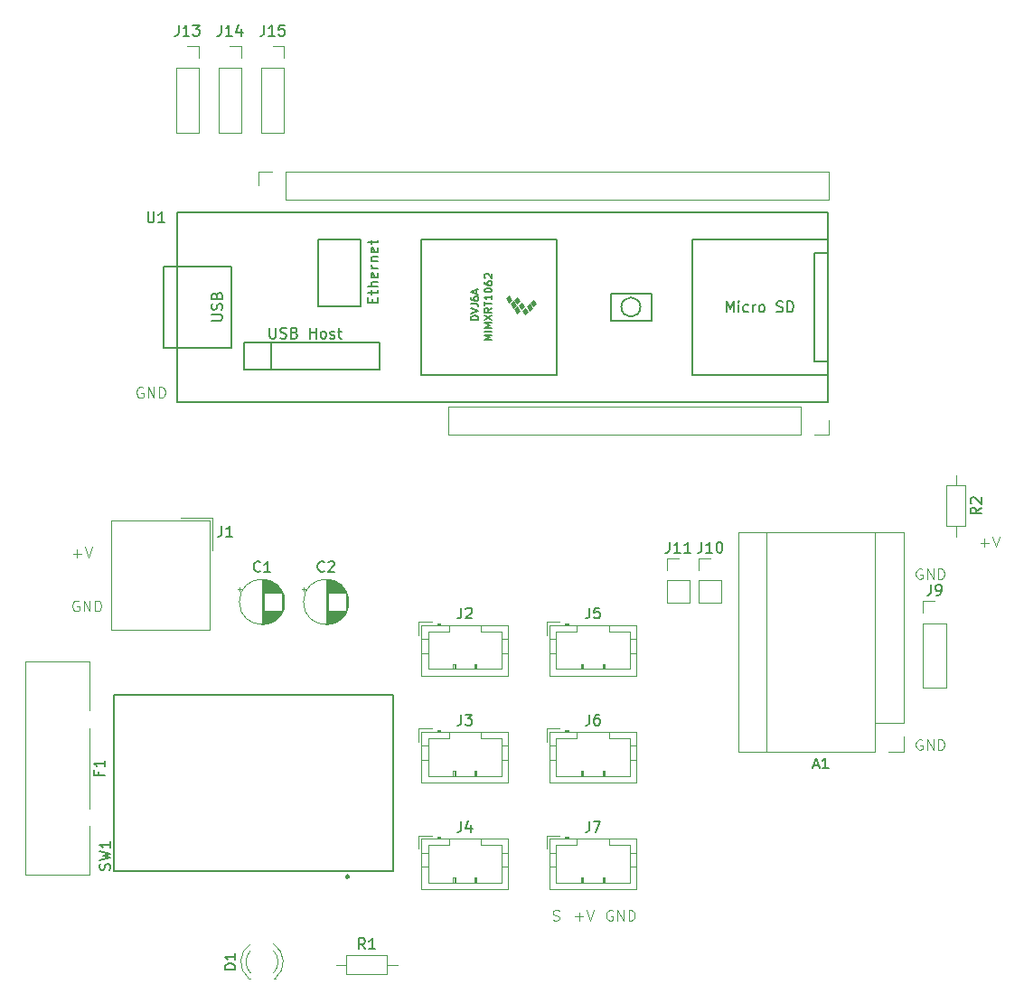
<source format=gbr>
%TF.GenerationSoftware,KiCad,Pcbnew,8.0.6*%
%TF.CreationDate,2024-11-20T07:08:01-05:00*%
%TF.ProjectId,multiDOF,6d756c74-6944-44f4-962e-6b696361645f,rev?*%
%TF.SameCoordinates,Original*%
%TF.FileFunction,Legend,Top*%
%TF.FilePolarity,Positive*%
%FSLAX46Y46*%
G04 Gerber Fmt 4.6, Leading zero omitted, Abs format (unit mm)*
G04 Created by KiCad (PCBNEW 8.0.6) date 2024-11-20 07:08:01*
%MOMM*%
%LPD*%
G01*
G04 APERTURE LIST*
%ADD10C,0.100000*%
%ADD11C,0.150000*%
%ADD12C,0.120000*%
%ADD13C,0.250000*%
G04 APERTURE END LIST*
D10*
X105303884Y-137491466D02*
X106065789Y-137491466D01*
X105684836Y-137872419D02*
X105684836Y-137110514D01*
X106399122Y-136872419D02*
X106732455Y-137872419D01*
X106732455Y-137872419D02*
X107065788Y-136872419D01*
X143303884Y-102491466D02*
X144065789Y-102491466D01*
X143684836Y-102872419D02*
X143684836Y-102110514D01*
X144399122Y-101872419D02*
X144732455Y-102872419D01*
X144732455Y-102872419D02*
X145065788Y-101872419D01*
X137827693Y-120920038D02*
X137732455Y-120872419D01*
X137732455Y-120872419D02*
X137589598Y-120872419D01*
X137589598Y-120872419D02*
X137446741Y-120920038D01*
X137446741Y-120920038D02*
X137351503Y-121015276D01*
X137351503Y-121015276D02*
X137303884Y-121110514D01*
X137303884Y-121110514D02*
X137256265Y-121300990D01*
X137256265Y-121300990D02*
X137256265Y-121443847D01*
X137256265Y-121443847D02*
X137303884Y-121634323D01*
X137303884Y-121634323D02*
X137351503Y-121729561D01*
X137351503Y-121729561D02*
X137446741Y-121824800D01*
X137446741Y-121824800D02*
X137589598Y-121872419D01*
X137589598Y-121872419D02*
X137684836Y-121872419D01*
X137684836Y-121872419D02*
X137827693Y-121824800D01*
X137827693Y-121824800D02*
X137875312Y-121777180D01*
X137875312Y-121777180D02*
X137875312Y-121443847D01*
X137875312Y-121443847D02*
X137684836Y-121443847D01*
X138303884Y-121872419D02*
X138303884Y-120872419D01*
X138303884Y-120872419D02*
X138875312Y-121872419D01*
X138875312Y-121872419D02*
X138875312Y-120872419D01*
X139351503Y-121872419D02*
X139351503Y-120872419D01*
X139351503Y-120872419D02*
X139589598Y-120872419D01*
X139589598Y-120872419D02*
X139732455Y-120920038D01*
X139732455Y-120920038D02*
X139827693Y-121015276D01*
X139827693Y-121015276D02*
X139875312Y-121110514D01*
X139875312Y-121110514D02*
X139922931Y-121300990D01*
X139922931Y-121300990D02*
X139922931Y-121443847D01*
X139922931Y-121443847D02*
X139875312Y-121634323D01*
X139875312Y-121634323D02*
X139827693Y-121729561D01*
X139827693Y-121729561D02*
X139732455Y-121824800D01*
X139732455Y-121824800D02*
X139589598Y-121872419D01*
X139589598Y-121872419D02*
X139351503Y-121872419D01*
X64827693Y-87920038D02*
X64732455Y-87872419D01*
X64732455Y-87872419D02*
X64589598Y-87872419D01*
X64589598Y-87872419D02*
X64446741Y-87920038D01*
X64446741Y-87920038D02*
X64351503Y-88015276D01*
X64351503Y-88015276D02*
X64303884Y-88110514D01*
X64303884Y-88110514D02*
X64256265Y-88300990D01*
X64256265Y-88300990D02*
X64256265Y-88443847D01*
X64256265Y-88443847D02*
X64303884Y-88634323D01*
X64303884Y-88634323D02*
X64351503Y-88729561D01*
X64351503Y-88729561D02*
X64446741Y-88824800D01*
X64446741Y-88824800D02*
X64589598Y-88872419D01*
X64589598Y-88872419D02*
X64684836Y-88872419D01*
X64684836Y-88872419D02*
X64827693Y-88824800D01*
X64827693Y-88824800D02*
X64875312Y-88777180D01*
X64875312Y-88777180D02*
X64875312Y-88443847D01*
X64875312Y-88443847D02*
X64684836Y-88443847D01*
X65303884Y-88872419D02*
X65303884Y-87872419D01*
X65303884Y-87872419D02*
X65875312Y-88872419D01*
X65875312Y-88872419D02*
X65875312Y-87872419D01*
X66351503Y-88872419D02*
X66351503Y-87872419D01*
X66351503Y-87872419D02*
X66589598Y-87872419D01*
X66589598Y-87872419D02*
X66732455Y-87920038D01*
X66732455Y-87920038D02*
X66827693Y-88015276D01*
X66827693Y-88015276D02*
X66875312Y-88110514D01*
X66875312Y-88110514D02*
X66922931Y-88300990D01*
X66922931Y-88300990D02*
X66922931Y-88443847D01*
X66922931Y-88443847D02*
X66875312Y-88634323D01*
X66875312Y-88634323D02*
X66827693Y-88729561D01*
X66827693Y-88729561D02*
X66732455Y-88824800D01*
X66732455Y-88824800D02*
X66589598Y-88872419D01*
X66589598Y-88872419D02*
X66351503Y-88872419D01*
X58303884Y-103491466D02*
X59065789Y-103491466D01*
X58684836Y-103872419D02*
X58684836Y-103110514D01*
X59399122Y-102872419D02*
X59732455Y-103872419D01*
X59732455Y-103872419D02*
X60065788Y-102872419D01*
X58827693Y-107920038D02*
X58732455Y-107872419D01*
X58732455Y-107872419D02*
X58589598Y-107872419D01*
X58589598Y-107872419D02*
X58446741Y-107920038D01*
X58446741Y-107920038D02*
X58351503Y-108015276D01*
X58351503Y-108015276D02*
X58303884Y-108110514D01*
X58303884Y-108110514D02*
X58256265Y-108300990D01*
X58256265Y-108300990D02*
X58256265Y-108443847D01*
X58256265Y-108443847D02*
X58303884Y-108634323D01*
X58303884Y-108634323D02*
X58351503Y-108729561D01*
X58351503Y-108729561D02*
X58446741Y-108824800D01*
X58446741Y-108824800D02*
X58589598Y-108872419D01*
X58589598Y-108872419D02*
X58684836Y-108872419D01*
X58684836Y-108872419D02*
X58827693Y-108824800D01*
X58827693Y-108824800D02*
X58875312Y-108777180D01*
X58875312Y-108777180D02*
X58875312Y-108443847D01*
X58875312Y-108443847D02*
X58684836Y-108443847D01*
X59303884Y-108872419D02*
X59303884Y-107872419D01*
X59303884Y-107872419D02*
X59875312Y-108872419D01*
X59875312Y-108872419D02*
X59875312Y-107872419D01*
X60351503Y-108872419D02*
X60351503Y-107872419D01*
X60351503Y-107872419D02*
X60589598Y-107872419D01*
X60589598Y-107872419D02*
X60732455Y-107920038D01*
X60732455Y-107920038D02*
X60827693Y-108015276D01*
X60827693Y-108015276D02*
X60875312Y-108110514D01*
X60875312Y-108110514D02*
X60922931Y-108300990D01*
X60922931Y-108300990D02*
X60922931Y-108443847D01*
X60922931Y-108443847D02*
X60875312Y-108634323D01*
X60875312Y-108634323D02*
X60827693Y-108729561D01*
X60827693Y-108729561D02*
X60732455Y-108824800D01*
X60732455Y-108824800D02*
X60589598Y-108872419D01*
X60589598Y-108872419D02*
X60351503Y-108872419D01*
X137827693Y-104920038D02*
X137732455Y-104872419D01*
X137732455Y-104872419D02*
X137589598Y-104872419D01*
X137589598Y-104872419D02*
X137446741Y-104920038D01*
X137446741Y-104920038D02*
X137351503Y-105015276D01*
X137351503Y-105015276D02*
X137303884Y-105110514D01*
X137303884Y-105110514D02*
X137256265Y-105300990D01*
X137256265Y-105300990D02*
X137256265Y-105443847D01*
X137256265Y-105443847D02*
X137303884Y-105634323D01*
X137303884Y-105634323D02*
X137351503Y-105729561D01*
X137351503Y-105729561D02*
X137446741Y-105824800D01*
X137446741Y-105824800D02*
X137589598Y-105872419D01*
X137589598Y-105872419D02*
X137684836Y-105872419D01*
X137684836Y-105872419D02*
X137827693Y-105824800D01*
X137827693Y-105824800D02*
X137875312Y-105777180D01*
X137875312Y-105777180D02*
X137875312Y-105443847D01*
X137875312Y-105443847D02*
X137684836Y-105443847D01*
X138303884Y-105872419D02*
X138303884Y-104872419D01*
X138303884Y-104872419D02*
X138875312Y-105872419D01*
X138875312Y-105872419D02*
X138875312Y-104872419D01*
X139351503Y-105872419D02*
X139351503Y-104872419D01*
X139351503Y-104872419D02*
X139589598Y-104872419D01*
X139589598Y-104872419D02*
X139732455Y-104920038D01*
X139732455Y-104920038D02*
X139827693Y-105015276D01*
X139827693Y-105015276D02*
X139875312Y-105110514D01*
X139875312Y-105110514D02*
X139922931Y-105300990D01*
X139922931Y-105300990D02*
X139922931Y-105443847D01*
X139922931Y-105443847D02*
X139875312Y-105634323D01*
X139875312Y-105634323D02*
X139827693Y-105729561D01*
X139827693Y-105729561D02*
X139732455Y-105824800D01*
X139732455Y-105824800D02*
X139589598Y-105872419D01*
X139589598Y-105872419D02*
X139351503Y-105872419D01*
X108827693Y-136920038D02*
X108732455Y-136872419D01*
X108732455Y-136872419D02*
X108589598Y-136872419D01*
X108589598Y-136872419D02*
X108446741Y-136920038D01*
X108446741Y-136920038D02*
X108351503Y-137015276D01*
X108351503Y-137015276D02*
X108303884Y-137110514D01*
X108303884Y-137110514D02*
X108256265Y-137300990D01*
X108256265Y-137300990D02*
X108256265Y-137443847D01*
X108256265Y-137443847D02*
X108303884Y-137634323D01*
X108303884Y-137634323D02*
X108351503Y-137729561D01*
X108351503Y-137729561D02*
X108446741Y-137824800D01*
X108446741Y-137824800D02*
X108589598Y-137872419D01*
X108589598Y-137872419D02*
X108684836Y-137872419D01*
X108684836Y-137872419D02*
X108827693Y-137824800D01*
X108827693Y-137824800D02*
X108875312Y-137777180D01*
X108875312Y-137777180D02*
X108875312Y-137443847D01*
X108875312Y-137443847D02*
X108684836Y-137443847D01*
X109303884Y-137872419D02*
X109303884Y-136872419D01*
X109303884Y-136872419D02*
X109875312Y-137872419D01*
X109875312Y-137872419D02*
X109875312Y-136872419D01*
X110351503Y-137872419D02*
X110351503Y-136872419D01*
X110351503Y-136872419D02*
X110589598Y-136872419D01*
X110589598Y-136872419D02*
X110732455Y-136920038D01*
X110732455Y-136920038D02*
X110827693Y-137015276D01*
X110827693Y-137015276D02*
X110875312Y-137110514D01*
X110875312Y-137110514D02*
X110922931Y-137300990D01*
X110922931Y-137300990D02*
X110922931Y-137443847D01*
X110922931Y-137443847D02*
X110875312Y-137634323D01*
X110875312Y-137634323D02*
X110827693Y-137729561D01*
X110827693Y-137729561D02*
X110732455Y-137824800D01*
X110732455Y-137824800D02*
X110589598Y-137872419D01*
X110589598Y-137872419D02*
X110351503Y-137872419D01*
X103256265Y-137824800D02*
X103399122Y-137872419D01*
X103399122Y-137872419D02*
X103637217Y-137872419D01*
X103637217Y-137872419D02*
X103732455Y-137824800D01*
X103732455Y-137824800D02*
X103780074Y-137777180D01*
X103780074Y-137777180D02*
X103827693Y-137681942D01*
X103827693Y-137681942D02*
X103827693Y-137586704D01*
X103827693Y-137586704D02*
X103780074Y-137491466D01*
X103780074Y-137491466D02*
X103732455Y-137443847D01*
X103732455Y-137443847D02*
X103637217Y-137396228D01*
X103637217Y-137396228D02*
X103446741Y-137348609D01*
X103446741Y-137348609D02*
X103351503Y-137300990D01*
X103351503Y-137300990D02*
X103303884Y-137253371D01*
X103303884Y-137253371D02*
X103256265Y-137158133D01*
X103256265Y-137158133D02*
X103256265Y-137062895D01*
X103256265Y-137062895D02*
X103303884Y-136967657D01*
X103303884Y-136967657D02*
X103351503Y-136920038D01*
X103351503Y-136920038D02*
X103446741Y-136872419D01*
X103446741Y-136872419D02*
X103684836Y-136872419D01*
X103684836Y-136872419D02*
X103827693Y-136920038D01*
D11*
X72234166Y-100887319D02*
X72234166Y-101601604D01*
X72234166Y-101601604D02*
X72186547Y-101744461D01*
X72186547Y-101744461D02*
X72091309Y-101839700D01*
X72091309Y-101839700D02*
X71948452Y-101887319D01*
X71948452Y-101887319D02*
X71853214Y-101887319D01*
X73234166Y-101887319D02*
X72662738Y-101887319D01*
X72948452Y-101887319D02*
X72948452Y-100887319D01*
X72948452Y-100887319D02*
X72853214Y-101030176D01*
X72853214Y-101030176D02*
X72757976Y-101125414D01*
X72757976Y-101125414D02*
X72662738Y-101173033D01*
X81833333Y-105109580D02*
X81785714Y-105157200D01*
X81785714Y-105157200D02*
X81642857Y-105204819D01*
X81642857Y-105204819D02*
X81547619Y-105204819D01*
X81547619Y-105204819D02*
X81404762Y-105157200D01*
X81404762Y-105157200D02*
X81309524Y-105061961D01*
X81309524Y-105061961D02*
X81261905Y-104966723D01*
X81261905Y-104966723D02*
X81214286Y-104776247D01*
X81214286Y-104776247D02*
X81214286Y-104633390D01*
X81214286Y-104633390D02*
X81261905Y-104442914D01*
X81261905Y-104442914D02*
X81309524Y-104347676D01*
X81309524Y-104347676D02*
X81404762Y-104252438D01*
X81404762Y-104252438D02*
X81547619Y-104204819D01*
X81547619Y-104204819D02*
X81642857Y-104204819D01*
X81642857Y-104204819D02*
X81785714Y-104252438D01*
X81785714Y-104252438D02*
X81833333Y-104300057D01*
X82214286Y-104300057D02*
X82261905Y-104252438D01*
X82261905Y-104252438D02*
X82357143Y-104204819D01*
X82357143Y-104204819D02*
X82595238Y-104204819D01*
X82595238Y-104204819D02*
X82690476Y-104252438D01*
X82690476Y-104252438D02*
X82738095Y-104300057D01*
X82738095Y-104300057D02*
X82785714Y-104395295D01*
X82785714Y-104395295D02*
X82785714Y-104490533D01*
X82785714Y-104490533D02*
X82738095Y-104633390D01*
X82738095Y-104633390D02*
X82166667Y-105204819D01*
X82166667Y-105204819D02*
X82785714Y-105204819D01*
X72190476Y-53954819D02*
X72190476Y-54669104D01*
X72190476Y-54669104D02*
X72142857Y-54811961D01*
X72142857Y-54811961D02*
X72047619Y-54907200D01*
X72047619Y-54907200D02*
X71904762Y-54954819D01*
X71904762Y-54954819D02*
X71809524Y-54954819D01*
X73190476Y-54954819D02*
X72619048Y-54954819D01*
X72904762Y-54954819D02*
X72904762Y-53954819D01*
X72904762Y-53954819D02*
X72809524Y-54097676D01*
X72809524Y-54097676D02*
X72714286Y-54192914D01*
X72714286Y-54192914D02*
X72619048Y-54240533D01*
X74047619Y-54288152D02*
X74047619Y-54954819D01*
X73809524Y-53907200D02*
X73571429Y-54621485D01*
X73571429Y-54621485D02*
X74190476Y-54621485D01*
X94666666Y-108554819D02*
X94666666Y-109269104D01*
X94666666Y-109269104D02*
X94619047Y-109411961D01*
X94619047Y-109411961D02*
X94523809Y-109507200D01*
X94523809Y-109507200D02*
X94380952Y-109554819D01*
X94380952Y-109554819D02*
X94285714Y-109554819D01*
X95095238Y-108650057D02*
X95142857Y-108602438D01*
X95142857Y-108602438D02*
X95238095Y-108554819D01*
X95238095Y-108554819D02*
X95476190Y-108554819D01*
X95476190Y-108554819D02*
X95571428Y-108602438D01*
X95571428Y-108602438D02*
X95619047Y-108650057D01*
X95619047Y-108650057D02*
X95666666Y-108745295D01*
X95666666Y-108745295D02*
X95666666Y-108840533D01*
X95666666Y-108840533D02*
X95619047Y-108983390D01*
X95619047Y-108983390D02*
X95047619Y-109554819D01*
X95047619Y-109554819D02*
X95666666Y-109554819D01*
X65298095Y-71454819D02*
X65298095Y-72264342D01*
X65298095Y-72264342D02*
X65345714Y-72359580D01*
X65345714Y-72359580D02*
X65393333Y-72407200D01*
X65393333Y-72407200D02*
X65488571Y-72454819D01*
X65488571Y-72454819D02*
X65679047Y-72454819D01*
X65679047Y-72454819D02*
X65774285Y-72407200D01*
X65774285Y-72407200D02*
X65821904Y-72359580D01*
X65821904Y-72359580D02*
X65869523Y-72264342D01*
X65869523Y-72264342D02*
X65869523Y-71454819D01*
X66869523Y-72454819D02*
X66298095Y-72454819D01*
X66583809Y-72454819D02*
X66583809Y-71454819D01*
X66583809Y-71454819D02*
X66488571Y-71597676D01*
X66488571Y-71597676D02*
X66393333Y-71692914D01*
X66393333Y-71692914D02*
X66298095Y-71740533D01*
X86356009Y-79960543D02*
X86356009Y-79627210D01*
X86879819Y-79484353D02*
X86879819Y-79960543D01*
X86879819Y-79960543D02*
X85879819Y-79960543D01*
X85879819Y-79960543D02*
X85879819Y-79484353D01*
X86213152Y-79198638D02*
X86213152Y-78817686D01*
X85879819Y-79055781D02*
X86736961Y-79055781D01*
X86736961Y-79055781D02*
X86832200Y-79008162D01*
X86832200Y-79008162D02*
X86879819Y-78912924D01*
X86879819Y-78912924D02*
X86879819Y-78817686D01*
X86879819Y-78484352D02*
X85879819Y-78484352D01*
X86879819Y-78055781D02*
X86356009Y-78055781D01*
X86356009Y-78055781D02*
X86260771Y-78103400D01*
X86260771Y-78103400D02*
X86213152Y-78198638D01*
X86213152Y-78198638D02*
X86213152Y-78341495D01*
X86213152Y-78341495D02*
X86260771Y-78436733D01*
X86260771Y-78436733D02*
X86308390Y-78484352D01*
X86832200Y-77198638D02*
X86879819Y-77293876D01*
X86879819Y-77293876D02*
X86879819Y-77484352D01*
X86879819Y-77484352D02*
X86832200Y-77579590D01*
X86832200Y-77579590D02*
X86736961Y-77627209D01*
X86736961Y-77627209D02*
X86356009Y-77627209D01*
X86356009Y-77627209D02*
X86260771Y-77579590D01*
X86260771Y-77579590D02*
X86213152Y-77484352D01*
X86213152Y-77484352D02*
X86213152Y-77293876D01*
X86213152Y-77293876D02*
X86260771Y-77198638D01*
X86260771Y-77198638D02*
X86356009Y-77151019D01*
X86356009Y-77151019D02*
X86451247Y-77151019D01*
X86451247Y-77151019D02*
X86546485Y-77627209D01*
X86879819Y-76722447D02*
X86213152Y-76722447D01*
X86403628Y-76722447D02*
X86308390Y-76674828D01*
X86308390Y-76674828D02*
X86260771Y-76627209D01*
X86260771Y-76627209D02*
X86213152Y-76531971D01*
X86213152Y-76531971D02*
X86213152Y-76436733D01*
X86213152Y-76103399D02*
X86879819Y-76103399D01*
X86308390Y-76103399D02*
X86260771Y-76055780D01*
X86260771Y-76055780D02*
X86213152Y-75960542D01*
X86213152Y-75960542D02*
X86213152Y-75817685D01*
X86213152Y-75817685D02*
X86260771Y-75722447D01*
X86260771Y-75722447D02*
X86356009Y-75674828D01*
X86356009Y-75674828D02*
X86879819Y-75674828D01*
X86832200Y-74817685D02*
X86879819Y-74912923D01*
X86879819Y-74912923D02*
X86879819Y-75103399D01*
X86879819Y-75103399D02*
X86832200Y-75198637D01*
X86832200Y-75198637D02*
X86736961Y-75246256D01*
X86736961Y-75246256D02*
X86356009Y-75246256D01*
X86356009Y-75246256D02*
X86260771Y-75198637D01*
X86260771Y-75198637D02*
X86213152Y-75103399D01*
X86213152Y-75103399D02*
X86213152Y-74912923D01*
X86213152Y-74912923D02*
X86260771Y-74817685D01*
X86260771Y-74817685D02*
X86356009Y-74770066D01*
X86356009Y-74770066D02*
X86451247Y-74770066D01*
X86451247Y-74770066D02*
X86546485Y-75246256D01*
X86213152Y-74484351D02*
X86213152Y-74103399D01*
X85879819Y-74341494D02*
X86736961Y-74341494D01*
X86736961Y-74341494D02*
X86832200Y-74293875D01*
X86832200Y-74293875D02*
X86879819Y-74198637D01*
X86879819Y-74198637D02*
X86879819Y-74103399D01*
X96266033Y-81583333D02*
X95566033Y-81583333D01*
X95566033Y-81583333D02*
X95566033Y-81416666D01*
X95566033Y-81416666D02*
X95599366Y-81316666D01*
X95599366Y-81316666D02*
X95666033Y-81250000D01*
X95666033Y-81250000D02*
X95732700Y-81216666D01*
X95732700Y-81216666D02*
X95866033Y-81183333D01*
X95866033Y-81183333D02*
X95966033Y-81183333D01*
X95966033Y-81183333D02*
X96099366Y-81216666D01*
X96099366Y-81216666D02*
X96166033Y-81250000D01*
X96166033Y-81250000D02*
X96232700Y-81316666D01*
X96232700Y-81316666D02*
X96266033Y-81416666D01*
X96266033Y-81416666D02*
X96266033Y-81583333D01*
X95566033Y-80983333D02*
X96266033Y-80750000D01*
X96266033Y-80750000D02*
X95566033Y-80516666D01*
X95566033Y-80083333D02*
X96066033Y-80083333D01*
X96066033Y-80083333D02*
X96166033Y-80116666D01*
X96166033Y-80116666D02*
X96232700Y-80183333D01*
X96232700Y-80183333D02*
X96266033Y-80283333D01*
X96266033Y-80283333D02*
X96266033Y-80350000D01*
X95566033Y-79450000D02*
X95566033Y-79583333D01*
X95566033Y-79583333D02*
X95599366Y-79650000D01*
X95599366Y-79650000D02*
X95632700Y-79683333D01*
X95632700Y-79683333D02*
X95732700Y-79750000D01*
X95732700Y-79750000D02*
X95866033Y-79783333D01*
X95866033Y-79783333D02*
X96132700Y-79783333D01*
X96132700Y-79783333D02*
X96199366Y-79750000D01*
X96199366Y-79750000D02*
X96232700Y-79716667D01*
X96232700Y-79716667D02*
X96266033Y-79650000D01*
X96266033Y-79650000D02*
X96266033Y-79516667D01*
X96266033Y-79516667D02*
X96232700Y-79450000D01*
X96232700Y-79450000D02*
X96199366Y-79416667D01*
X96199366Y-79416667D02*
X96132700Y-79383333D01*
X96132700Y-79383333D02*
X95966033Y-79383333D01*
X95966033Y-79383333D02*
X95899366Y-79416667D01*
X95899366Y-79416667D02*
X95866033Y-79450000D01*
X95866033Y-79450000D02*
X95832700Y-79516667D01*
X95832700Y-79516667D02*
X95832700Y-79650000D01*
X95832700Y-79650000D02*
X95866033Y-79716667D01*
X95866033Y-79716667D02*
X95899366Y-79750000D01*
X95899366Y-79750000D02*
X95966033Y-79783333D01*
X96066033Y-79116666D02*
X96066033Y-78783333D01*
X96266033Y-79183333D02*
X95566033Y-78950000D01*
X95566033Y-78950000D02*
X96266033Y-78716666D01*
X71274819Y-81641904D02*
X72084342Y-81641904D01*
X72084342Y-81641904D02*
X72179580Y-81594285D01*
X72179580Y-81594285D02*
X72227200Y-81546666D01*
X72227200Y-81546666D02*
X72274819Y-81451428D01*
X72274819Y-81451428D02*
X72274819Y-81260952D01*
X72274819Y-81260952D02*
X72227200Y-81165714D01*
X72227200Y-81165714D02*
X72179580Y-81118095D01*
X72179580Y-81118095D02*
X72084342Y-81070476D01*
X72084342Y-81070476D02*
X71274819Y-81070476D01*
X72227200Y-80641904D02*
X72274819Y-80499047D01*
X72274819Y-80499047D02*
X72274819Y-80260952D01*
X72274819Y-80260952D02*
X72227200Y-80165714D01*
X72227200Y-80165714D02*
X72179580Y-80118095D01*
X72179580Y-80118095D02*
X72084342Y-80070476D01*
X72084342Y-80070476D02*
X71989104Y-80070476D01*
X71989104Y-80070476D02*
X71893866Y-80118095D01*
X71893866Y-80118095D02*
X71846247Y-80165714D01*
X71846247Y-80165714D02*
X71798628Y-80260952D01*
X71798628Y-80260952D02*
X71751009Y-80451428D01*
X71751009Y-80451428D02*
X71703390Y-80546666D01*
X71703390Y-80546666D02*
X71655771Y-80594285D01*
X71655771Y-80594285D02*
X71560533Y-80641904D01*
X71560533Y-80641904D02*
X71465295Y-80641904D01*
X71465295Y-80641904D02*
X71370057Y-80594285D01*
X71370057Y-80594285D02*
X71322438Y-80546666D01*
X71322438Y-80546666D02*
X71274819Y-80451428D01*
X71274819Y-80451428D02*
X71274819Y-80213333D01*
X71274819Y-80213333D02*
X71322438Y-80070476D01*
X71751009Y-79308571D02*
X71798628Y-79165714D01*
X71798628Y-79165714D02*
X71846247Y-79118095D01*
X71846247Y-79118095D02*
X71941485Y-79070476D01*
X71941485Y-79070476D02*
X72084342Y-79070476D01*
X72084342Y-79070476D02*
X72179580Y-79118095D01*
X72179580Y-79118095D02*
X72227200Y-79165714D01*
X72227200Y-79165714D02*
X72274819Y-79260952D01*
X72274819Y-79260952D02*
X72274819Y-79641904D01*
X72274819Y-79641904D02*
X71274819Y-79641904D01*
X71274819Y-79641904D02*
X71274819Y-79308571D01*
X71274819Y-79308571D02*
X71322438Y-79213333D01*
X71322438Y-79213333D02*
X71370057Y-79165714D01*
X71370057Y-79165714D02*
X71465295Y-79118095D01*
X71465295Y-79118095D02*
X71560533Y-79118095D01*
X71560533Y-79118095D02*
X71655771Y-79165714D01*
X71655771Y-79165714D02*
X71703390Y-79213333D01*
X71703390Y-79213333D02*
X71751009Y-79308571D01*
X71751009Y-79308571D02*
X71751009Y-79641904D01*
X97536033Y-83463333D02*
X96836033Y-83463333D01*
X96836033Y-83463333D02*
X97336033Y-83230000D01*
X97336033Y-83230000D02*
X96836033Y-82996666D01*
X96836033Y-82996666D02*
X97536033Y-82996666D01*
X97536033Y-82663333D02*
X96836033Y-82663333D01*
X97536033Y-82330000D02*
X96836033Y-82330000D01*
X96836033Y-82330000D02*
X97336033Y-82096667D01*
X97336033Y-82096667D02*
X96836033Y-81863333D01*
X96836033Y-81863333D02*
X97536033Y-81863333D01*
X96836033Y-81596667D02*
X97536033Y-81130000D01*
X96836033Y-81130000D02*
X97536033Y-81596667D01*
X97536033Y-80463333D02*
X97202700Y-80696666D01*
X97536033Y-80863333D02*
X96836033Y-80863333D01*
X96836033Y-80863333D02*
X96836033Y-80596666D01*
X96836033Y-80596666D02*
X96869366Y-80530000D01*
X96869366Y-80530000D02*
X96902700Y-80496666D01*
X96902700Y-80496666D02*
X96969366Y-80463333D01*
X96969366Y-80463333D02*
X97069366Y-80463333D01*
X97069366Y-80463333D02*
X97136033Y-80496666D01*
X97136033Y-80496666D02*
X97169366Y-80530000D01*
X97169366Y-80530000D02*
X97202700Y-80596666D01*
X97202700Y-80596666D02*
X97202700Y-80863333D01*
X96836033Y-80263333D02*
X96836033Y-79863333D01*
X97536033Y-80063333D02*
X96836033Y-80063333D01*
X97536033Y-79263333D02*
X97536033Y-79663333D01*
X97536033Y-79463333D02*
X96836033Y-79463333D01*
X96836033Y-79463333D02*
X96936033Y-79530000D01*
X96936033Y-79530000D02*
X97002700Y-79596667D01*
X97002700Y-79596667D02*
X97036033Y-79663333D01*
X96836033Y-78830000D02*
X96836033Y-78763333D01*
X96836033Y-78763333D02*
X96869366Y-78696666D01*
X96869366Y-78696666D02*
X96902700Y-78663333D01*
X96902700Y-78663333D02*
X96969366Y-78630000D01*
X96969366Y-78630000D02*
X97102700Y-78596666D01*
X97102700Y-78596666D02*
X97269366Y-78596666D01*
X97269366Y-78596666D02*
X97402700Y-78630000D01*
X97402700Y-78630000D02*
X97469366Y-78663333D01*
X97469366Y-78663333D02*
X97502700Y-78696666D01*
X97502700Y-78696666D02*
X97536033Y-78763333D01*
X97536033Y-78763333D02*
X97536033Y-78830000D01*
X97536033Y-78830000D02*
X97502700Y-78896666D01*
X97502700Y-78896666D02*
X97469366Y-78930000D01*
X97469366Y-78930000D02*
X97402700Y-78963333D01*
X97402700Y-78963333D02*
X97269366Y-78996666D01*
X97269366Y-78996666D02*
X97102700Y-78996666D01*
X97102700Y-78996666D02*
X96969366Y-78963333D01*
X96969366Y-78963333D02*
X96902700Y-78930000D01*
X96902700Y-78930000D02*
X96869366Y-78896666D01*
X96869366Y-78896666D02*
X96836033Y-78830000D01*
X96836033Y-77996666D02*
X96836033Y-78129999D01*
X96836033Y-78129999D02*
X96869366Y-78196666D01*
X96869366Y-78196666D02*
X96902700Y-78229999D01*
X96902700Y-78229999D02*
X97002700Y-78296666D01*
X97002700Y-78296666D02*
X97136033Y-78329999D01*
X97136033Y-78329999D02*
X97402700Y-78329999D01*
X97402700Y-78329999D02*
X97469366Y-78296666D01*
X97469366Y-78296666D02*
X97502700Y-78263333D01*
X97502700Y-78263333D02*
X97536033Y-78196666D01*
X97536033Y-78196666D02*
X97536033Y-78063333D01*
X97536033Y-78063333D02*
X97502700Y-77996666D01*
X97502700Y-77996666D02*
X97469366Y-77963333D01*
X97469366Y-77963333D02*
X97402700Y-77929999D01*
X97402700Y-77929999D02*
X97236033Y-77929999D01*
X97236033Y-77929999D02*
X97169366Y-77963333D01*
X97169366Y-77963333D02*
X97136033Y-77996666D01*
X97136033Y-77996666D02*
X97102700Y-78063333D01*
X97102700Y-78063333D02*
X97102700Y-78196666D01*
X97102700Y-78196666D02*
X97136033Y-78263333D01*
X97136033Y-78263333D02*
X97169366Y-78296666D01*
X97169366Y-78296666D02*
X97236033Y-78329999D01*
X96902700Y-77663332D02*
X96869366Y-77629999D01*
X96869366Y-77629999D02*
X96836033Y-77563332D01*
X96836033Y-77563332D02*
X96836033Y-77396666D01*
X96836033Y-77396666D02*
X96869366Y-77329999D01*
X96869366Y-77329999D02*
X96902700Y-77296666D01*
X96902700Y-77296666D02*
X96969366Y-77263332D01*
X96969366Y-77263332D02*
X97036033Y-77263332D01*
X97036033Y-77263332D02*
X97136033Y-77296666D01*
X97136033Y-77296666D02*
X97536033Y-77696666D01*
X97536033Y-77696666D02*
X97536033Y-77263332D01*
X119500952Y-80834819D02*
X119500952Y-79834819D01*
X119500952Y-79834819D02*
X119834285Y-80549104D01*
X119834285Y-80549104D02*
X120167618Y-79834819D01*
X120167618Y-79834819D02*
X120167618Y-80834819D01*
X120643809Y-80834819D02*
X120643809Y-80168152D01*
X120643809Y-79834819D02*
X120596190Y-79882438D01*
X120596190Y-79882438D02*
X120643809Y-79930057D01*
X120643809Y-79930057D02*
X120691428Y-79882438D01*
X120691428Y-79882438D02*
X120643809Y-79834819D01*
X120643809Y-79834819D02*
X120643809Y-79930057D01*
X121548570Y-80787200D02*
X121453332Y-80834819D01*
X121453332Y-80834819D02*
X121262856Y-80834819D01*
X121262856Y-80834819D02*
X121167618Y-80787200D01*
X121167618Y-80787200D02*
X121119999Y-80739580D01*
X121119999Y-80739580D02*
X121072380Y-80644342D01*
X121072380Y-80644342D02*
X121072380Y-80358628D01*
X121072380Y-80358628D02*
X121119999Y-80263390D01*
X121119999Y-80263390D02*
X121167618Y-80215771D01*
X121167618Y-80215771D02*
X121262856Y-80168152D01*
X121262856Y-80168152D02*
X121453332Y-80168152D01*
X121453332Y-80168152D02*
X121548570Y-80215771D01*
X121977142Y-80834819D02*
X121977142Y-80168152D01*
X121977142Y-80358628D02*
X122024761Y-80263390D01*
X122024761Y-80263390D02*
X122072380Y-80215771D01*
X122072380Y-80215771D02*
X122167618Y-80168152D01*
X122167618Y-80168152D02*
X122262856Y-80168152D01*
X122739047Y-80834819D02*
X122643809Y-80787200D01*
X122643809Y-80787200D02*
X122596190Y-80739580D01*
X122596190Y-80739580D02*
X122548571Y-80644342D01*
X122548571Y-80644342D02*
X122548571Y-80358628D01*
X122548571Y-80358628D02*
X122596190Y-80263390D01*
X122596190Y-80263390D02*
X122643809Y-80215771D01*
X122643809Y-80215771D02*
X122739047Y-80168152D01*
X122739047Y-80168152D02*
X122881904Y-80168152D01*
X122881904Y-80168152D02*
X122977142Y-80215771D01*
X122977142Y-80215771D02*
X123024761Y-80263390D01*
X123024761Y-80263390D02*
X123072380Y-80358628D01*
X123072380Y-80358628D02*
X123072380Y-80644342D01*
X123072380Y-80644342D02*
X123024761Y-80739580D01*
X123024761Y-80739580D02*
X122977142Y-80787200D01*
X122977142Y-80787200D02*
X122881904Y-80834819D01*
X122881904Y-80834819D02*
X122739047Y-80834819D01*
X124215238Y-80787200D02*
X124358095Y-80834819D01*
X124358095Y-80834819D02*
X124596190Y-80834819D01*
X124596190Y-80834819D02*
X124691428Y-80787200D01*
X124691428Y-80787200D02*
X124739047Y-80739580D01*
X124739047Y-80739580D02*
X124786666Y-80644342D01*
X124786666Y-80644342D02*
X124786666Y-80549104D01*
X124786666Y-80549104D02*
X124739047Y-80453866D01*
X124739047Y-80453866D02*
X124691428Y-80406247D01*
X124691428Y-80406247D02*
X124596190Y-80358628D01*
X124596190Y-80358628D02*
X124405714Y-80311009D01*
X124405714Y-80311009D02*
X124310476Y-80263390D01*
X124310476Y-80263390D02*
X124262857Y-80215771D01*
X124262857Y-80215771D02*
X124215238Y-80120533D01*
X124215238Y-80120533D02*
X124215238Y-80025295D01*
X124215238Y-80025295D02*
X124262857Y-79930057D01*
X124262857Y-79930057D02*
X124310476Y-79882438D01*
X124310476Y-79882438D02*
X124405714Y-79834819D01*
X124405714Y-79834819D02*
X124643809Y-79834819D01*
X124643809Y-79834819D02*
X124786666Y-79882438D01*
X125215238Y-80834819D02*
X125215238Y-79834819D01*
X125215238Y-79834819D02*
X125453333Y-79834819D01*
X125453333Y-79834819D02*
X125596190Y-79882438D01*
X125596190Y-79882438D02*
X125691428Y-79977676D01*
X125691428Y-79977676D02*
X125739047Y-80072914D01*
X125739047Y-80072914D02*
X125786666Y-80263390D01*
X125786666Y-80263390D02*
X125786666Y-80406247D01*
X125786666Y-80406247D02*
X125739047Y-80596723D01*
X125739047Y-80596723D02*
X125691428Y-80691961D01*
X125691428Y-80691961D02*
X125596190Y-80787200D01*
X125596190Y-80787200D02*
X125453333Y-80834819D01*
X125453333Y-80834819D02*
X125215238Y-80834819D01*
X76714676Y-82324019D02*
X76714676Y-83133542D01*
X76714676Y-83133542D02*
X76762295Y-83228780D01*
X76762295Y-83228780D02*
X76809914Y-83276400D01*
X76809914Y-83276400D02*
X76905152Y-83324019D01*
X76905152Y-83324019D02*
X77095628Y-83324019D01*
X77095628Y-83324019D02*
X77190866Y-83276400D01*
X77190866Y-83276400D02*
X77238485Y-83228780D01*
X77238485Y-83228780D02*
X77286104Y-83133542D01*
X77286104Y-83133542D02*
X77286104Y-82324019D01*
X77714676Y-83276400D02*
X77857533Y-83324019D01*
X77857533Y-83324019D02*
X78095628Y-83324019D01*
X78095628Y-83324019D02*
X78190866Y-83276400D01*
X78190866Y-83276400D02*
X78238485Y-83228780D01*
X78238485Y-83228780D02*
X78286104Y-83133542D01*
X78286104Y-83133542D02*
X78286104Y-83038304D01*
X78286104Y-83038304D02*
X78238485Y-82943066D01*
X78238485Y-82943066D02*
X78190866Y-82895447D01*
X78190866Y-82895447D02*
X78095628Y-82847828D01*
X78095628Y-82847828D02*
X77905152Y-82800209D01*
X77905152Y-82800209D02*
X77809914Y-82752590D01*
X77809914Y-82752590D02*
X77762295Y-82704971D01*
X77762295Y-82704971D02*
X77714676Y-82609733D01*
X77714676Y-82609733D02*
X77714676Y-82514495D01*
X77714676Y-82514495D02*
X77762295Y-82419257D01*
X77762295Y-82419257D02*
X77809914Y-82371638D01*
X77809914Y-82371638D02*
X77905152Y-82324019D01*
X77905152Y-82324019D02*
X78143247Y-82324019D01*
X78143247Y-82324019D02*
X78286104Y-82371638D01*
X79048009Y-82800209D02*
X79190866Y-82847828D01*
X79190866Y-82847828D02*
X79238485Y-82895447D01*
X79238485Y-82895447D02*
X79286104Y-82990685D01*
X79286104Y-82990685D02*
X79286104Y-83133542D01*
X79286104Y-83133542D02*
X79238485Y-83228780D01*
X79238485Y-83228780D02*
X79190866Y-83276400D01*
X79190866Y-83276400D02*
X79095628Y-83324019D01*
X79095628Y-83324019D02*
X78714676Y-83324019D01*
X78714676Y-83324019D02*
X78714676Y-82324019D01*
X78714676Y-82324019D02*
X79048009Y-82324019D01*
X79048009Y-82324019D02*
X79143247Y-82371638D01*
X79143247Y-82371638D02*
X79190866Y-82419257D01*
X79190866Y-82419257D02*
X79238485Y-82514495D01*
X79238485Y-82514495D02*
X79238485Y-82609733D01*
X79238485Y-82609733D02*
X79190866Y-82704971D01*
X79190866Y-82704971D02*
X79143247Y-82752590D01*
X79143247Y-82752590D02*
X79048009Y-82800209D01*
X79048009Y-82800209D02*
X78714676Y-82800209D01*
X80476581Y-83324019D02*
X80476581Y-82324019D01*
X80476581Y-82800209D02*
X81048009Y-82800209D01*
X81048009Y-83324019D02*
X81048009Y-82324019D01*
X81667057Y-83324019D02*
X81571819Y-83276400D01*
X81571819Y-83276400D02*
X81524200Y-83228780D01*
X81524200Y-83228780D02*
X81476581Y-83133542D01*
X81476581Y-83133542D02*
X81476581Y-82847828D01*
X81476581Y-82847828D02*
X81524200Y-82752590D01*
X81524200Y-82752590D02*
X81571819Y-82704971D01*
X81571819Y-82704971D02*
X81667057Y-82657352D01*
X81667057Y-82657352D02*
X81809914Y-82657352D01*
X81809914Y-82657352D02*
X81905152Y-82704971D01*
X81905152Y-82704971D02*
X81952771Y-82752590D01*
X81952771Y-82752590D02*
X82000390Y-82847828D01*
X82000390Y-82847828D02*
X82000390Y-83133542D01*
X82000390Y-83133542D02*
X81952771Y-83228780D01*
X81952771Y-83228780D02*
X81905152Y-83276400D01*
X81905152Y-83276400D02*
X81809914Y-83324019D01*
X81809914Y-83324019D02*
X81667057Y-83324019D01*
X82381343Y-83276400D02*
X82476581Y-83324019D01*
X82476581Y-83324019D02*
X82667057Y-83324019D01*
X82667057Y-83324019D02*
X82762295Y-83276400D01*
X82762295Y-83276400D02*
X82809914Y-83181161D01*
X82809914Y-83181161D02*
X82809914Y-83133542D01*
X82809914Y-83133542D02*
X82762295Y-83038304D01*
X82762295Y-83038304D02*
X82667057Y-82990685D01*
X82667057Y-82990685D02*
X82524200Y-82990685D01*
X82524200Y-82990685D02*
X82428962Y-82943066D01*
X82428962Y-82943066D02*
X82381343Y-82847828D01*
X82381343Y-82847828D02*
X82381343Y-82800209D01*
X82381343Y-82800209D02*
X82428962Y-82704971D01*
X82428962Y-82704971D02*
X82524200Y-82657352D01*
X82524200Y-82657352D02*
X82667057Y-82657352D01*
X82667057Y-82657352D02*
X82762295Y-82704971D01*
X83095629Y-82657352D02*
X83476581Y-82657352D01*
X83238486Y-82324019D02*
X83238486Y-83181161D01*
X83238486Y-83181161D02*
X83286105Y-83276400D01*
X83286105Y-83276400D02*
X83381343Y-83324019D01*
X83381343Y-83324019D02*
X83476581Y-83324019D01*
X143374819Y-99166666D02*
X142898628Y-99499999D01*
X143374819Y-99738094D02*
X142374819Y-99738094D01*
X142374819Y-99738094D02*
X142374819Y-99357142D01*
X142374819Y-99357142D02*
X142422438Y-99261904D01*
X142422438Y-99261904D02*
X142470057Y-99214285D01*
X142470057Y-99214285D02*
X142565295Y-99166666D01*
X142565295Y-99166666D02*
X142708152Y-99166666D01*
X142708152Y-99166666D02*
X142803390Y-99214285D01*
X142803390Y-99214285D02*
X142851009Y-99261904D01*
X142851009Y-99261904D02*
X142898628Y-99357142D01*
X142898628Y-99357142D02*
X142898628Y-99738094D01*
X142470057Y-98785713D02*
X142422438Y-98738094D01*
X142422438Y-98738094D02*
X142374819Y-98642856D01*
X142374819Y-98642856D02*
X142374819Y-98404761D01*
X142374819Y-98404761D02*
X142422438Y-98309523D01*
X142422438Y-98309523D02*
X142470057Y-98261904D01*
X142470057Y-98261904D02*
X142565295Y-98214285D01*
X142565295Y-98214285D02*
X142660533Y-98214285D01*
X142660533Y-98214285D02*
X142803390Y-98261904D01*
X142803390Y-98261904D02*
X143374819Y-98833332D01*
X143374819Y-98833332D02*
X143374819Y-98214285D01*
X61737200Y-133110839D02*
X61784819Y-132967982D01*
X61784819Y-132967982D02*
X61784819Y-132729887D01*
X61784819Y-132729887D02*
X61737200Y-132634649D01*
X61737200Y-132634649D02*
X61689580Y-132587030D01*
X61689580Y-132587030D02*
X61594342Y-132539411D01*
X61594342Y-132539411D02*
X61499104Y-132539411D01*
X61499104Y-132539411D02*
X61403866Y-132587030D01*
X61403866Y-132587030D02*
X61356247Y-132634649D01*
X61356247Y-132634649D02*
X61308628Y-132729887D01*
X61308628Y-132729887D02*
X61261009Y-132920363D01*
X61261009Y-132920363D02*
X61213390Y-133015601D01*
X61213390Y-133015601D02*
X61165771Y-133063220D01*
X61165771Y-133063220D02*
X61070533Y-133110839D01*
X61070533Y-133110839D02*
X60975295Y-133110839D01*
X60975295Y-133110839D02*
X60880057Y-133063220D01*
X60880057Y-133063220D02*
X60832438Y-133015601D01*
X60832438Y-133015601D02*
X60784819Y-132920363D01*
X60784819Y-132920363D02*
X60784819Y-132682268D01*
X60784819Y-132682268D02*
X60832438Y-132539411D01*
X60784819Y-132206077D02*
X61784819Y-131967982D01*
X61784819Y-131967982D02*
X61070533Y-131777506D01*
X61070533Y-131777506D02*
X61784819Y-131587030D01*
X61784819Y-131587030D02*
X60784819Y-131348935D01*
X61784819Y-130444173D02*
X61784819Y-131015601D01*
X61784819Y-130729887D02*
X60784819Y-130729887D01*
X60784819Y-130729887D02*
X60927676Y-130825125D01*
X60927676Y-130825125D02*
X61022914Y-130920363D01*
X61022914Y-130920363D02*
X61070533Y-131015601D01*
X106666666Y-128554819D02*
X106666666Y-129269104D01*
X106666666Y-129269104D02*
X106619047Y-129411961D01*
X106619047Y-129411961D02*
X106523809Y-129507200D01*
X106523809Y-129507200D02*
X106380952Y-129554819D01*
X106380952Y-129554819D02*
X106285714Y-129554819D01*
X107047619Y-128554819D02*
X107714285Y-128554819D01*
X107714285Y-128554819D02*
X107285714Y-129554819D01*
X68190476Y-53954819D02*
X68190476Y-54669104D01*
X68190476Y-54669104D02*
X68142857Y-54811961D01*
X68142857Y-54811961D02*
X68047619Y-54907200D01*
X68047619Y-54907200D02*
X67904762Y-54954819D01*
X67904762Y-54954819D02*
X67809524Y-54954819D01*
X69190476Y-54954819D02*
X68619048Y-54954819D01*
X68904762Y-54954819D02*
X68904762Y-53954819D01*
X68904762Y-53954819D02*
X68809524Y-54097676D01*
X68809524Y-54097676D02*
X68714286Y-54192914D01*
X68714286Y-54192914D02*
X68619048Y-54240533D01*
X69523810Y-53954819D02*
X70142857Y-53954819D01*
X70142857Y-53954819D02*
X69809524Y-54335771D01*
X69809524Y-54335771D02*
X69952381Y-54335771D01*
X69952381Y-54335771D02*
X70047619Y-54383390D01*
X70047619Y-54383390D02*
X70095238Y-54431009D01*
X70095238Y-54431009D02*
X70142857Y-54526247D01*
X70142857Y-54526247D02*
X70142857Y-54764342D01*
X70142857Y-54764342D02*
X70095238Y-54859580D01*
X70095238Y-54859580D02*
X70047619Y-54907200D01*
X70047619Y-54907200D02*
X69952381Y-54954819D01*
X69952381Y-54954819D02*
X69666667Y-54954819D01*
X69666667Y-54954819D02*
X69571429Y-54907200D01*
X69571429Y-54907200D02*
X69523810Y-54859580D01*
X60711009Y-123903333D02*
X60711009Y-124236666D01*
X61234819Y-124236666D02*
X60234819Y-124236666D01*
X60234819Y-124236666D02*
X60234819Y-123760476D01*
X61234819Y-122855714D02*
X61234819Y-123427142D01*
X61234819Y-123141428D02*
X60234819Y-123141428D01*
X60234819Y-123141428D02*
X60377676Y-123236666D01*
X60377676Y-123236666D02*
X60472914Y-123331904D01*
X60472914Y-123331904D02*
X60520533Y-123427142D01*
X138666666Y-106394819D02*
X138666666Y-107109104D01*
X138666666Y-107109104D02*
X138619047Y-107251961D01*
X138619047Y-107251961D02*
X138523809Y-107347200D01*
X138523809Y-107347200D02*
X138380952Y-107394819D01*
X138380952Y-107394819D02*
X138285714Y-107394819D01*
X139190476Y-107394819D02*
X139380952Y-107394819D01*
X139380952Y-107394819D02*
X139476190Y-107347200D01*
X139476190Y-107347200D02*
X139523809Y-107299580D01*
X139523809Y-107299580D02*
X139619047Y-107156723D01*
X139619047Y-107156723D02*
X139666666Y-106966247D01*
X139666666Y-106966247D02*
X139666666Y-106585295D01*
X139666666Y-106585295D02*
X139619047Y-106490057D01*
X139619047Y-106490057D02*
X139571428Y-106442438D01*
X139571428Y-106442438D02*
X139476190Y-106394819D01*
X139476190Y-106394819D02*
X139285714Y-106394819D01*
X139285714Y-106394819D02*
X139190476Y-106442438D01*
X139190476Y-106442438D02*
X139142857Y-106490057D01*
X139142857Y-106490057D02*
X139095238Y-106585295D01*
X139095238Y-106585295D02*
X139095238Y-106823390D01*
X139095238Y-106823390D02*
X139142857Y-106918628D01*
X139142857Y-106918628D02*
X139190476Y-106966247D01*
X139190476Y-106966247D02*
X139285714Y-107013866D01*
X139285714Y-107013866D02*
X139476190Y-107013866D01*
X139476190Y-107013866D02*
X139571428Y-106966247D01*
X139571428Y-106966247D02*
X139619047Y-106918628D01*
X139619047Y-106918628D02*
X139666666Y-106823390D01*
X94666666Y-128554819D02*
X94666666Y-129269104D01*
X94666666Y-129269104D02*
X94619047Y-129411961D01*
X94619047Y-129411961D02*
X94523809Y-129507200D01*
X94523809Y-129507200D02*
X94380952Y-129554819D01*
X94380952Y-129554819D02*
X94285714Y-129554819D01*
X95571428Y-128888152D02*
X95571428Y-129554819D01*
X95333333Y-128507200D02*
X95095238Y-129221485D01*
X95095238Y-129221485D02*
X95714285Y-129221485D01*
X75833333Y-105109580D02*
X75785714Y-105157200D01*
X75785714Y-105157200D02*
X75642857Y-105204819D01*
X75642857Y-105204819D02*
X75547619Y-105204819D01*
X75547619Y-105204819D02*
X75404762Y-105157200D01*
X75404762Y-105157200D02*
X75309524Y-105061961D01*
X75309524Y-105061961D02*
X75261905Y-104966723D01*
X75261905Y-104966723D02*
X75214286Y-104776247D01*
X75214286Y-104776247D02*
X75214286Y-104633390D01*
X75214286Y-104633390D02*
X75261905Y-104442914D01*
X75261905Y-104442914D02*
X75309524Y-104347676D01*
X75309524Y-104347676D02*
X75404762Y-104252438D01*
X75404762Y-104252438D02*
X75547619Y-104204819D01*
X75547619Y-104204819D02*
X75642857Y-104204819D01*
X75642857Y-104204819D02*
X75785714Y-104252438D01*
X75785714Y-104252438D02*
X75833333Y-104300057D01*
X76785714Y-105204819D02*
X76214286Y-105204819D01*
X76500000Y-105204819D02*
X76500000Y-104204819D01*
X76500000Y-104204819D02*
X76404762Y-104347676D01*
X76404762Y-104347676D02*
X76309524Y-104442914D01*
X76309524Y-104442914D02*
X76214286Y-104490533D01*
X114190476Y-102394819D02*
X114190476Y-103109104D01*
X114190476Y-103109104D02*
X114142857Y-103251961D01*
X114142857Y-103251961D02*
X114047619Y-103347200D01*
X114047619Y-103347200D02*
X113904762Y-103394819D01*
X113904762Y-103394819D02*
X113809524Y-103394819D01*
X115190476Y-103394819D02*
X114619048Y-103394819D01*
X114904762Y-103394819D02*
X114904762Y-102394819D01*
X114904762Y-102394819D02*
X114809524Y-102537676D01*
X114809524Y-102537676D02*
X114714286Y-102632914D01*
X114714286Y-102632914D02*
X114619048Y-102680533D01*
X116142857Y-103394819D02*
X115571429Y-103394819D01*
X115857143Y-103394819D02*
X115857143Y-102394819D01*
X115857143Y-102394819D02*
X115761905Y-102537676D01*
X115761905Y-102537676D02*
X115666667Y-102632914D01*
X115666667Y-102632914D02*
X115571429Y-102680533D01*
X94666666Y-118554819D02*
X94666666Y-119269104D01*
X94666666Y-119269104D02*
X94619047Y-119411961D01*
X94619047Y-119411961D02*
X94523809Y-119507200D01*
X94523809Y-119507200D02*
X94380952Y-119554819D01*
X94380952Y-119554819D02*
X94285714Y-119554819D01*
X95047619Y-118554819D02*
X95666666Y-118554819D01*
X95666666Y-118554819D02*
X95333333Y-118935771D01*
X95333333Y-118935771D02*
X95476190Y-118935771D01*
X95476190Y-118935771D02*
X95571428Y-118983390D01*
X95571428Y-118983390D02*
X95619047Y-119031009D01*
X95619047Y-119031009D02*
X95666666Y-119126247D01*
X95666666Y-119126247D02*
X95666666Y-119364342D01*
X95666666Y-119364342D02*
X95619047Y-119459580D01*
X95619047Y-119459580D02*
X95571428Y-119507200D01*
X95571428Y-119507200D02*
X95476190Y-119554819D01*
X95476190Y-119554819D02*
X95190476Y-119554819D01*
X95190476Y-119554819D02*
X95095238Y-119507200D01*
X95095238Y-119507200D02*
X95047619Y-119459580D01*
X85643333Y-140534819D02*
X85310000Y-140058628D01*
X85071905Y-140534819D02*
X85071905Y-139534819D01*
X85071905Y-139534819D02*
X85452857Y-139534819D01*
X85452857Y-139534819D02*
X85548095Y-139582438D01*
X85548095Y-139582438D02*
X85595714Y-139630057D01*
X85595714Y-139630057D02*
X85643333Y-139725295D01*
X85643333Y-139725295D02*
X85643333Y-139868152D01*
X85643333Y-139868152D02*
X85595714Y-139963390D01*
X85595714Y-139963390D02*
X85548095Y-140011009D01*
X85548095Y-140011009D02*
X85452857Y-140058628D01*
X85452857Y-140058628D02*
X85071905Y-140058628D01*
X86595714Y-140534819D02*
X86024286Y-140534819D01*
X86310000Y-140534819D02*
X86310000Y-139534819D01*
X86310000Y-139534819D02*
X86214762Y-139677676D01*
X86214762Y-139677676D02*
X86119524Y-139772914D01*
X86119524Y-139772914D02*
X86024286Y-139820533D01*
X106666666Y-118554819D02*
X106666666Y-119269104D01*
X106666666Y-119269104D02*
X106619047Y-119411961D01*
X106619047Y-119411961D02*
X106523809Y-119507200D01*
X106523809Y-119507200D02*
X106380952Y-119554819D01*
X106380952Y-119554819D02*
X106285714Y-119554819D01*
X107571428Y-118554819D02*
X107380952Y-118554819D01*
X107380952Y-118554819D02*
X107285714Y-118602438D01*
X107285714Y-118602438D02*
X107238095Y-118650057D01*
X107238095Y-118650057D02*
X107142857Y-118792914D01*
X107142857Y-118792914D02*
X107095238Y-118983390D01*
X107095238Y-118983390D02*
X107095238Y-119364342D01*
X107095238Y-119364342D02*
X107142857Y-119459580D01*
X107142857Y-119459580D02*
X107190476Y-119507200D01*
X107190476Y-119507200D02*
X107285714Y-119554819D01*
X107285714Y-119554819D02*
X107476190Y-119554819D01*
X107476190Y-119554819D02*
X107571428Y-119507200D01*
X107571428Y-119507200D02*
X107619047Y-119459580D01*
X107619047Y-119459580D02*
X107666666Y-119364342D01*
X107666666Y-119364342D02*
X107666666Y-119126247D01*
X107666666Y-119126247D02*
X107619047Y-119031009D01*
X107619047Y-119031009D02*
X107571428Y-118983390D01*
X107571428Y-118983390D02*
X107476190Y-118935771D01*
X107476190Y-118935771D02*
X107285714Y-118935771D01*
X107285714Y-118935771D02*
X107190476Y-118983390D01*
X107190476Y-118983390D02*
X107142857Y-119031009D01*
X107142857Y-119031009D02*
X107095238Y-119126247D01*
X127635714Y-123329104D02*
X128111904Y-123329104D01*
X127540476Y-123614819D02*
X127873809Y-122614819D01*
X127873809Y-122614819D02*
X128207142Y-123614819D01*
X129064285Y-123614819D02*
X128492857Y-123614819D01*
X128778571Y-123614819D02*
X128778571Y-122614819D01*
X128778571Y-122614819D02*
X128683333Y-122757676D01*
X128683333Y-122757676D02*
X128588095Y-122852914D01*
X128588095Y-122852914D02*
X128492857Y-122900533D01*
X117190476Y-102394819D02*
X117190476Y-103109104D01*
X117190476Y-103109104D02*
X117142857Y-103251961D01*
X117142857Y-103251961D02*
X117047619Y-103347200D01*
X117047619Y-103347200D02*
X116904762Y-103394819D01*
X116904762Y-103394819D02*
X116809524Y-103394819D01*
X118190476Y-103394819D02*
X117619048Y-103394819D01*
X117904762Y-103394819D02*
X117904762Y-102394819D01*
X117904762Y-102394819D02*
X117809524Y-102537676D01*
X117809524Y-102537676D02*
X117714286Y-102632914D01*
X117714286Y-102632914D02*
X117619048Y-102680533D01*
X118809524Y-102394819D02*
X118904762Y-102394819D01*
X118904762Y-102394819D02*
X119000000Y-102442438D01*
X119000000Y-102442438D02*
X119047619Y-102490057D01*
X119047619Y-102490057D02*
X119095238Y-102585295D01*
X119095238Y-102585295D02*
X119142857Y-102775771D01*
X119142857Y-102775771D02*
X119142857Y-103013866D01*
X119142857Y-103013866D02*
X119095238Y-103204342D01*
X119095238Y-103204342D02*
X119047619Y-103299580D01*
X119047619Y-103299580D02*
X119000000Y-103347200D01*
X119000000Y-103347200D02*
X118904762Y-103394819D01*
X118904762Y-103394819D02*
X118809524Y-103394819D01*
X118809524Y-103394819D02*
X118714286Y-103347200D01*
X118714286Y-103347200D02*
X118666667Y-103299580D01*
X118666667Y-103299580D02*
X118619048Y-103204342D01*
X118619048Y-103204342D02*
X118571429Y-103013866D01*
X118571429Y-103013866D02*
X118571429Y-102775771D01*
X118571429Y-102775771D02*
X118619048Y-102585295D01*
X118619048Y-102585295D02*
X118666667Y-102490057D01*
X118666667Y-102490057D02*
X118714286Y-102442438D01*
X118714286Y-102442438D02*
X118809524Y-102394819D01*
X76190476Y-53954819D02*
X76190476Y-54669104D01*
X76190476Y-54669104D02*
X76142857Y-54811961D01*
X76142857Y-54811961D02*
X76047619Y-54907200D01*
X76047619Y-54907200D02*
X75904762Y-54954819D01*
X75904762Y-54954819D02*
X75809524Y-54954819D01*
X77190476Y-54954819D02*
X76619048Y-54954819D01*
X76904762Y-54954819D02*
X76904762Y-53954819D01*
X76904762Y-53954819D02*
X76809524Y-54097676D01*
X76809524Y-54097676D02*
X76714286Y-54192914D01*
X76714286Y-54192914D02*
X76619048Y-54240533D01*
X78095238Y-53954819D02*
X77619048Y-53954819D01*
X77619048Y-53954819D02*
X77571429Y-54431009D01*
X77571429Y-54431009D02*
X77619048Y-54383390D01*
X77619048Y-54383390D02*
X77714286Y-54335771D01*
X77714286Y-54335771D02*
X77952381Y-54335771D01*
X77952381Y-54335771D02*
X78047619Y-54383390D01*
X78047619Y-54383390D02*
X78095238Y-54431009D01*
X78095238Y-54431009D02*
X78142857Y-54526247D01*
X78142857Y-54526247D02*
X78142857Y-54764342D01*
X78142857Y-54764342D02*
X78095238Y-54859580D01*
X78095238Y-54859580D02*
X78047619Y-54907200D01*
X78047619Y-54907200D02*
X77952381Y-54954819D01*
X77952381Y-54954819D02*
X77714286Y-54954819D01*
X77714286Y-54954819D02*
X77619048Y-54907200D01*
X77619048Y-54907200D02*
X77571429Y-54859580D01*
X73494819Y-142468094D02*
X72494819Y-142468094D01*
X72494819Y-142468094D02*
X72494819Y-142229999D01*
X72494819Y-142229999D02*
X72542438Y-142087142D01*
X72542438Y-142087142D02*
X72637676Y-141991904D01*
X72637676Y-141991904D02*
X72732914Y-141944285D01*
X72732914Y-141944285D02*
X72923390Y-141896666D01*
X72923390Y-141896666D02*
X73066247Y-141896666D01*
X73066247Y-141896666D02*
X73256723Y-141944285D01*
X73256723Y-141944285D02*
X73351961Y-141991904D01*
X73351961Y-141991904D02*
X73447200Y-142087142D01*
X73447200Y-142087142D02*
X73494819Y-142229999D01*
X73494819Y-142229999D02*
X73494819Y-142468094D01*
X73494819Y-140944285D02*
X73494819Y-141515713D01*
X73494819Y-141229999D02*
X72494819Y-141229999D01*
X72494819Y-141229999D02*
X72637676Y-141325237D01*
X72637676Y-141325237D02*
X72732914Y-141420475D01*
X72732914Y-141420475D02*
X72780533Y-141515713D01*
X106666666Y-108554819D02*
X106666666Y-109269104D01*
X106666666Y-109269104D02*
X106619047Y-109411961D01*
X106619047Y-109411961D02*
X106523809Y-109507200D01*
X106523809Y-109507200D02*
X106380952Y-109554819D01*
X106380952Y-109554819D02*
X106285714Y-109554819D01*
X107619047Y-108554819D02*
X107142857Y-108554819D01*
X107142857Y-108554819D02*
X107095238Y-109031009D01*
X107095238Y-109031009D02*
X107142857Y-108983390D01*
X107142857Y-108983390D02*
X107238095Y-108935771D01*
X107238095Y-108935771D02*
X107476190Y-108935771D01*
X107476190Y-108935771D02*
X107571428Y-108983390D01*
X107571428Y-108983390D02*
X107619047Y-109031009D01*
X107619047Y-109031009D02*
X107666666Y-109126247D01*
X107666666Y-109126247D02*
X107666666Y-109364342D01*
X107666666Y-109364342D02*
X107619047Y-109459580D01*
X107619047Y-109459580D02*
X107571428Y-109507200D01*
X107571428Y-109507200D02*
X107476190Y-109554819D01*
X107476190Y-109554819D02*
X107238095Y-109554819D01*
X107238095Y-109554819D02*
X107142857Y-109507200D01*
X107142857Y-109507200D02*
X107095238Y-109459580D01*
D12*
%TO.C,J1*%
X61890000Y-100390000D02*
X61890000Y-110610000D01*
X68350000Y-100150000D02*
X71350000Y-100150000D01*
X71110000Y-100390000D02*
X61890000Y-100390000D01*
X71110000Y-100390000D02*
X71110000Y-110610000D01*
X71110000Y-110610000D02*
X61890000Y-110610000D01*
X71350000Y-100150000D02*
X71350000Y-103150000D01*
%TO.C,C2*%
X79730199Y-106805000D02*
X80130199Y-106805000D01*
X79930199Y-106605000D02*
X79930199Y-107005000D01*
X82000000Y-105920000D02*
X82000000Y-110080000D01*
X82040000Y-105920000D02*
X82040000Y-110080000D01*
X82080000Y-105921000D02*
X82080000Y-110079000D01*
X82120000Y-105923000D02*
X82120000Y-110077000D01*
X82160000Y-105926000D02*
X82160000Y-110074000D01*
X82200000Y-105929000D02*
X82200000Y-107160000D01*
X82200000Y-108840000D02*
X82200000Y-110071000D01*
X82240000Y-105933000D02*
X82240000Y-107160000D01*
X82240000Y-108840000D02*
X82240000Y-110067000D01*
X82280000Y-105938000D02*
X82280000Y-107160000D01*
X82280000Y-108840000D02*
X82280000Y-110062000D01*
X82320000Y-105944000D02*
X82320000Y-107160000D01*
X82320000Y-108840000D02*
X82320000Y-110056000D01*
X82360000Y-105950000D02*
X82360000Y-107160000D01*
X82360000Y-108840000D02*
X82360000Y-110050000D01*
X82400000Y-105958000D02*
X82400000Y-107160000D01*
X82400000Y-108840000D02*
X82400000Y-110042000D01*
X82440000Y-105966000D02*
X82440000Y-107160000D01*
X82440000Y-108840000D02*
X82440000Y-110034000D01*
X82480000Y-105975000D02*
X82480000Y-107160000D01*
X82480000Y-108840000D02*
X82480000Y-110025000D01*
X82520000Y-105984000D02*
X82520000Y-107160000D01*
X82520000Y-108840000D02*
X82520000Y-110016000D01*
X82560000Y-105995000D02*
X82560000Y-107160000D01*
X82560000Y-108840000D02*
X82560000Y-110005000D01*
X82600000Y-106006000D02*
X82600000Y-107160000D01*
X82600000Y-108840000D02*
X82600000Y-109994000D01*
X82640000Y-106018000D02*
X82640000Y-107160000D01*
X82640000Y-108840000D02*
X82640000Y-109982000D01*
X82680000Y-106032000D02*
X82680000Y-107160000D01*
X82680000Y-108840000D02*
X82680000Y-109968000D01*
X82721000Y-106046000D02*
X82721000Y-107160000D01*
X82721000Y-108840000D02*
X82721000Y-109954000D01*
X82761000Y-106060000D02*
X82761000Y-107160000D01*
X82761000Y-108840000D02*
X82761000Y-109940000D01*
X82801000Y-106076000D02*
X82801000Y-107160000D01*
X82801000Y-108840000D02*
X82801000Y-109924000D01*
X82841000Y-106093000D02*
X82841000Y-107160000D01*
X82841000Y-108840000D02*
X82841000Y-109907000D01*
X82881000Y-106111000D02*
X82881000Y-107160000D01*
X82881000Y-108840000D02*
X82881000Y-109889000D01*
X82921000Y-106130000D02*
X82921000Y-107160000D01*
X82921000Y-108840000D02*
X82921000Y-109870000D01*
X82961000Y-106149000D02*
X82961000Y-107160000D01*
X82961000Y-108840000D02*
X82961000Y-109851000D01*
X83001000Y-106170000D02*
X83001000Y-107160000D01*
X83001000Y-108840000D02*
X83001000Y-109830000D01*
X83041000Y-106192000D02*
X83041000Y-107160000D01*
X83041000Y-108840000D02*
X83041000Y-109808000D01*
X83081000Y-106215000D02*
X83081000Y-107160000D01*
X83081000Y-108840000D02*
X83081000Y-109785000D01*
X83121000Y-106240000D02*
X83121000Y-107160000D01*
X83121000Y-108840000D02*
X83121000Y-109760000D01*
X83161000Y-106265000D02*
X83161000Y-107160000D01*
X83161000Y-108840000D02*
X83161000Y-109735000D01*
X83201000Y-106292000D02*
X83201000Y-107160000D01*
X83201000Y-108840000D02*
X83201000Y-109708000D01*
X83241000Y-106320000D02*
X83241000Y-107160000D01*
X83241000Y-108840000D02*
X83241000Y-109680000D01*
X83281000Y-106350000D02*
X83281000Y-107160000D01*
X83281000Y-108840000D02*
X83281000Y-109650000D01*
X83321000Y-106381000D02*
X83321000Y-107160000D01*
X83321000Y-108840000D02*
X83321000Y-109619000D01*
X83361000Y-106413000D02*
X83361000Y-107160000D01*
X83361000Y-108840000D02*
X83361000Y-109587000D01*
X83401000Y-106448000D02*
X83401000Y-107160000D01*
X83401000Y-108840000D02*
X83401000Y-109552000D01*
X83441000Y-106484000D02*
X83441000Y-107160000D01*
X83441000Y-108840000D02*
X83441000Y-109516000D01*
X83481000Y-106522000D02*
X83481000Y-107160000D01*
X83481000Y-108840000D02*
X83481000Y-109478000D01*
X83521000Y-106562000D02*
X83521000Y-107160000D01*
X83521000Y-108840000D02*
X83521000Y-109438000D01*
X83561000Y-106604000D02*
X83561000Y-107160000D01*
X83561000Y-108840000D02*
X83561000Y-109396000D01*
X83601000Y-106649000D02*
X83601000Y-107160000D01*
X83601000Y-108840000D02*
X83601000Y-109351000D01*
X83641000Y-106696000D02*
X83641000Y-107160000D01*
X83641000Y-108840000D02*
X83641000Y-109304000D01*
X83681000Y-106746000D02*
X83681000Y-107160000D01*
X83681000Y-108840000D02*
X83681000Y-109254000D01*
X83721000Y-106800000D02*
X83721000Y-107160000D01*
X83721000Y-108840000D02*
X83721000Y-109200000D01*
X83761000Y-106858000D02*
X83761000Y-107160000D01*
X83761000Y-108840000D02*
X83761000Y-109142000D01*
X83801000Y-106920000D02*
X83801000Y-107160000D01*
X83801000Y-108840000D02*
X83801000Y-109080000D01*
X83841000Y-106987000D02*
X83841000Y-109013000D01*
X83881000Y-107060000D02*
X83881000Y-108940000D01*
X83921000Y-107141000D02*
X83921000Y-108859000D01*
X83961000Y-107232000D02*
X83961000Y-108768000D01*
X84001000Y-107336000D02*
X84001000Y-108664000D01*
X84041000Y-107463000D02*
X84041000Y-108537000D01*
X84081000Y-107630000D02*
X84081000Y-108370000D01*
X84120000Y-108000000D02*
G75*
G02*
X79880000Y-108000000I-2120000J0D01*
G01*
X79880000Y-108000000D02*
G75*
G02*
X84120000Y-108000000I2120000J0D01*
G01*
%TO.C,J14*%
X71940000Y-58000000D02*
X71940000Y-64060000D01*
X71940000Y-58000000D02*
X74060000Y-58000000D01*
X71940000Y-64060000D02*
X74060000Y-64060000D01*
X73000000Y-55940000D02*
X74060000Y-55940000D01*
X74060000Y-55940000D02*
X74060000Y-57000000D01*
X74060000Y-58000000D02*
X74060000Y-64060000D01*
%TO.C,J2*%
X90640000Y-109890000D02*
X90640000Y-111140000D01*
X90940000Y-110190000D02*
X90940000Y-114910000D01*
X90940000Y-111500000D02*
X91550000Y-111500000D01*
X90940000Y-112800000D02*
X91550000Y-112800000D01*
X90940000Y-114910000D02*
X99060000Y-114910000D01*
X91550000Y-110800000D02*
X91550000Y-114300000D01*
X91550000Y-114300000D02*
X98450000Y-114300000D01*
X91890000Y-109890000D02*
X90640000Y-109890000D01*
X92400000Y-109990000D02*
X92400000Y-110190000D01*
X92700000Y-109990000D02*
X92400000Y-109990000D01*
X92700000Y-110090000D02*
X92400000Y-110090000D01*
X92700000Y-110190000D02*
X92700000Y-109990000D01*
X93500000Y-110190000D02*
X93500000Y-110800000D01*
X93500000Y-110800000D02*
X91550000Y-110800000D01*
X93900000Y-113800000D02*
X94100000Y-113800000D01*
X93900000Y-114300000D02*
X93900000Y-113800000D01*
X94000000Y-114300000D02*
X94000000Y-113800000D01*
X94100000Y-113800000D02*
X94100000Y-114300000D01*
X95900000Y-113800000D02*
X96100000Y-113800000D01*
X95900000Y-114300000D02*
X95900000Y-113800000D01*
X96000000Y-114300000D02*
X96000000Y-113800000D01*
X96100000Y-113800000D02*
X96100000Y-114300000D01*
X96500000Y-110800000D02*
X96500000Y-110190000D01*
X98450000Y-110800000D02*
X96500000Y-110800000D01*
X98450000Y-114300000D02*
X98450000Y-110800000D01*
X99060000Y-110190000D02*
X90940000Y-110190000D01*
X99060000Y-111500000D02*
X98450000Y-111500000D01*
X99060000Y-112800000D02*
X98450000Y-112800000D01*
X99060000Y-114910000D02*
X99060000Y-110190000D01*
D11*
%TO.C,U1*%
X66740000Y-76570000D02*
X68010000Y-76570000D01*
X66740000Y-84190000D02*
X66740000Y-76570000D01*
X68010000Y-71490000D02*
X128970000Y-71490000D01*
X68010000Y-84190000D02*
X66740000Y-84190000D01*
X68010000Y-89270000D02*
X68010000Y-71490000D01*
X73090000Y-76570000D02*
X68010000Y-76570000D01*
X73090000Y-84190000D02*
X68010000Y-84190000D01*
X73090000Y-84190000D02*
X73090000Y-76570000D01*
X74309200Y-83679200D02*
X76849200Y-83679200D01*
X74309200Y-83679200D02*
X87009200Y-83679200D01*
X74309200Y-86219200D02*
X74309200Y-83679200D01*
X76849200Y-83679200D02*
X76849200Y-86219200D01*
X81240000Y-74028400D02*
X81240000Y-74278400D01*
X81240000Y-74278400D02*
X81240000Y-80278400D01*
X81240000Y-80278400D02*
X85240000Y-80278400D01*
X85240000Y-74028400D02*
X81240000Y-74028400D01*
X85240000Y-80278400D02*
X85240000Y-74028400D01*
X87009200Y-83679200D02*
X87009200Y-86219200D01*
X87009200Y-86219200D02*
X74309200Y-86219200D01*
X90870000Y-74030000D02*
X90870000Y-86730000D01*
X90870000Y-86730000D02*
X103570000Y-86730000D01*
X103570000Y-74030000D02*
X90870000Y-74030000D01*
X103570000Y-86730000D02*
X103570000Y-74030000D01*
X108650000Y-79110000D02*
X112460000Y-79110000D01*
X108650000Y-81650000D02*
X108650000Y-79110000D01*
X112460000Y-79110000D02*
X112460000Y-81650000D01*
X112460000Y-81650000D02*
X108650000Y-81650000D01*
X116270000Y-74030000D02*
X116270000Y-86730000D01*
X116270000Y-86730000D02*
X128970000Y-86730000D01*
X127700000Y-75300000D02*
X127700000Y-85460000D01*
X127700000Y-85460000D02*
X128970000Y-85460000D01*
X128970000Y-71490000D02*
X128970000Y-89270000D01*
X128970000Y-74030000D02*
X116270000Y-74030000D01*
X128970000Y-75300000D02*
X127700000Y-75300000D01*
X128970000Y-89270000D02*
X68010000Y-89270000D01*
X111453026Y-80380000D02*
G75*
G02*
X109656974Y-80380000I-898026J0D01*
G01*
X109656974Y-80380000D02*
G75*
G02*
X111453026Y-80380000I898026J0D01*
G01*
D10*
X99401000Y-79692000D02*
X99147000Y-79946000D01*
X98893000Y-79565000D01*
X99147000Y-79311000D01*
X99401000Y-79692000D01*
G36*
X99401000Y-79692000D02*
G01*
X99147000Y-79946000D01*
X98893000Y-79565000D01*
X99147000Y-79311000D01*
X99401000Y-79692000D01*
G37*
X99782000Y-80200000D02*
X99528000Y-80454000D01*
X99274000Y-80073000D01*
X99528000Y-79819000D01*
X99782000Y-80200000D01*
G36*
X99782000Y-80200000D02*
G01*
X99528000Y-80454000D01*
X99274000Y-80073000D01*
X99528000Y-79819000D01*
X99782000Y-80200000D01*
G37*
X100163000Y-79819000D02*
X99909000Y-80073000D01*
X99655000Y-79692000D01*
X99909000Y-79438000D01*
X100163000Y-79819000D01*
G36*
X100163000Y-79819000D02*
G01*
X99909000Y-80073000D01*
X99655000Y-79692000D01*
X99909000Y-79438000D01*
X100163000Y-79819000D01*
G37*
X100163000Y-80708000D02*
X99909000Y-80962000D01*
X99655000Y-80581000D01*
X99909000Y-80327000D01*
X100163000Y-80708000D01*
G36*
X100163000Y-80708000D02*
G01*
X99909000Y-80962000D01*
X99655000Y-80581000D01*
X99909000Y-80327000D01*
X100163000Y-80708000D01*
G37*
X100544000Y-80327000D02*
X100290000Y-80581000D01*
X100036000Y-80200000D01*
X100290000Y-79946000D01*
X100544000Y-80327000D01*
G36*
X100544000Y-80327000D02*
G01*
X100290000Y-80581000D01*
X100036000Y-80200000D01*
X100290000Y-79946000D01*
X100544000Y-80327000D01*
G37*
X100925000Y-80835000D02*
X100671000Y-81089000D01*
X100417000Y-80708000D01*
X100671000Y-80454000D01*
X100925000Y-80835000D01*
G36*
X100925000Y-80835000D02*
G01*
X100671000Y-81089000D01*
X100417000Y-80708000D01*
X100671000Y-80454000D01*
X100925000Y-80835000D01*
G37*
X101306000Y-80454000D02*
X101052000Y-80708000D01*
X100798000Y-80327000D01*
X101052000Y-80073000D01*
X101306000Y-80454000D01*
G36*
X101306000Y-80454000D02*
G01*
X101052000Y-80708000D01*
X100798000Y-80327000D01*
X101052000Y-80073000D01*
X101306000Y-80454000D01*
G37*
X101687000Y-80073000D02*
X101433000Y-80327000D01*
X101179000Y-79946000D01*
X101433000Y-79692000D01*
X101687000Y-80073000D01*
G36*
X101687000Y-80073000D02*
G01*
X101433000Y-80327000D01*
X101179000Y-79946000D01*
X101433000Y-79692000D01*
X101687000Y-80073000D01*
G37*
D12*
%TO.C,R2*%
X140080000Y-97080000D02*
X140080000Y-100920000D01*
X140080000Y-100920000D02*
X141920000Y-100920000D01*
X141000000Y-96130000D02*
X141000000Y-97080000D01*
X141000000Y-101870000D02*
X141000000Y-100920000D01*
X141920000Y-97080000D02*
X140080000Y-97080000D01*
X141920000Y-100920000D02*
X141920000Y-97080000D01*
D11*
%TO.C,SW1*%
X62105000Y-133250000D02*
X62105000Y-116750000D01*
X88295000Y-116750000D02*
X62105000Y-116750000D01*
X88295000Y-133250000D02*
X62105000Y-133250000D01*
X88295000Y-133250000D02*
X88295000Y-116750000D01*
D13*
X84125000Y-133750000D02*
G75*
G02*
X83875000Y-133750000I-125000J0D01*
G01*
X83875000Y-133750000D02*
G75*
G02*
X84125000Y-133750000I125000J0D01*
G01*
D12*
%TO.C,J7*%
X102640000Y-129890000D02*
X102640000Y-131140000D01*
X102940000Y-130190000D02*
X102940000Y-134910000D01*
X102940000Y-131500000D02*
X103550000Y-131500000D01*
X102940000Y-132800000D02*
X103550000Y-132800000D01*
X102940000Y-134910000D02*
X111060000Y-134910000D01*
X103550000Y-130800000D02*
X103550000Y-134300000D01*
X103550000Y-134300000D02*
X110450000Y-134300000D01*
X103890000Y-129890000D02*
X102640000Y-129890000D01*
X104400000Y-129990000D02*
X104400000Y-130190000D01*
X104700000Y-129990000D02*
X104400000Y-129990000D01*
X104700000Y-130090000D02*
X104400000Y-130090000D01*
X104700000Y-130190000D02*
X104700000Y-129990000D01*
X105500000Y-130190000D02*
X105500000Y-130800000D01*
X105500000Y-130800000D02*
X103550000Y-130800000D01*
X105900000Y-133800000D02*
X106100000Y-133800000D01*
X105900000Y-134300000D02*
X105900000Y-133800000D01*
X106000000Y-134300000D02*
X106000000Y-133800000D01*
X106100000Y-133800000D02*
X106100000Y-134300000D01*
X107900000Y-133800000D02*
X108100000Y-133800000D01*
X107900000Y-134300000D02*
X107900000Y-133800000D01*
X108000000Y-134300000D02*
X108000000Y-133800000D01*
X108100000Y-133800000D02*
X108100000Y-134300000D01*
X108500000Y-130800000D02*
X108500000Y-130190000D01*
X110450000Y-130800000D02*
X108500000Y-130800000D01*
X110450000Y-134300000D02*
X110450000Y-130800000D01*
X111060000Y-130190000D02*
X102940000Y-130190000D01*
X111060000Y-131500000D02*
X110450000Y-131500000D01*
X111060000Y-132800000D02*
X110450000Y-132800000D01*
X111060000Y-134910000D02*
X111060000Y-130190000D01*
%TO.C,J13*%
X67940000Y-58000000D02*
X67940000Y-64060000D01*
X67940000Y-58000000D02*
X70060000Y-58000000D01*
X67940000Y-64060000D02*
X70060000Y-64060000D01*
X69000000Y-55940000D02*
X70060000Y-55940000D01*
X70060000Y-55940000D02*
X70060000Y-57000000D01*
X70060000Y-58000000D02*
X70060000Y-64060000D01*
%TO.C,J12*%
X75630000Y-67670000D02*
X76960000Y-67670000D01*
X75630000Y-69000000D02*
X75630000Y-67670000D01*
X78230000Y-67670000D02*
X129090000Y-67670000D01*
X78230000Y-70330000D02*
X78230000Y-67670000D01*
X78230000Y-70330000D02*
X129090000Y-70330000D01*
X129090000Y-70330000D02*
X129090000Y-67670000D01*
%TO.C,F1*%
X53800000Y-113600000D02*
X59800000Y-113600000D01*
X53800000Y-133600000D02*
X53800000Y-113600000D01*
X59800000Y-113600000D02*
X59800000Y-118190000D01*
X59800000Y-119810000D02*
X59800000Y-127380000D01*
X59800000Y-129020000D02*
X59800000Y-133600000D01*
X59800000Y-133600000D02*
X53800000Y-133600000D01*
%TO.C,J9*%
X137940000Y-107940000D02*
X139000000Y-107940000D01*
X137940000Y-109000000D02*
X137940000Y-107940000D01*
X137940000Y-110000000D02*
X137940000Y-116060000D01*
X137940000Y-110000000D02*
X140060000Y-110000000D01*
X137940000Y-116060000D02*
X140060000Y-116060000D01*
X140060000Y-110000000D02*
X140060000Y-116060000D01*
%TO.C,J4*%
X90640000Y-129890000D02*
X90640000Y-131140000D01*
X90940000Y-130190000D02*
X90940000Y-134910000D01*
X90940000Y-131500000D02*
X91550000Y-131500000D01*
X90940000Y-132800000D02*
X91550000Y-132800000D01*
X90940000Y-134910000D02*
X99060000Y-134910000D01*
X91550000Y-130800000D02*
X91550000Y-134300000D01*
X91550000Y-134300000D02*
X98450000Y-134300000D01*
X91890000Y-129890000D02*
X90640000Y-129890000D01*
X92400000Y-129990000D02*
X92400000Y-130190000D01*
X92700000Y-129990000D02*
X92400000Y-129990000D01*
X92700000Y-130090000D02*
X92400000Y-130090000D01*
X92700000Y-130190000D02*
X92700000Y-129990000D01*
X93500000Y-130190000D02*
X93500000Y-130800000D01*
X93500000Y-130800000D02*
X91550000Y-130800000D01*
X93900000Y-133800000D02*
X94100000Y-133800000D01*
X93900000Y-134300000D02*
X93900000Y-133800000D01*
X94000000Y-134300000D02*
X94000000Y-133800000D01*
X94100000Y-133800000D02*
X94100000Y-134300000D01*
X95900000Y-133800000D02*
X96100000Y-133800000D01*
X95900000Y-134300000D02*
X95900000Y-133800000D01*
X96000000Y-134300000D02*
X96000000Y-133800000D01*
X96100000Y-133800000D02*
X96100000Y-134300000D01*
X96500000Y-130800000D02*
X96500000Y-130190000D01*
X98450000Y-130800000D02*
X96500000Y-130800000D01*
X98450000Y-134300000D02*
X98450000Y-130800000D01*
X99060000Y-130190000D02*
X90940000Y-130190000D01*
X99060000Y-131500000D02*
X98450000Y-131500000D01*
X99060000Y-132800000D02*
X98450000Y-132800000D01*
X99060000Y-134910000D02*
X99060000Y-130190000D01*
%TO.C,C1*%
X73730199Y-106805000D02*
X74130199Y-106805000D01*
X73930199Y-106605000D02*
X73930199Y-107005000D01*
X76000000Y-105920000D02*
X76000000Y-110080000D01*
X76040000Y-105920000D02*
X76040000Y-110080000D01*
X76080000Y-105921000D02*
X76080000Y-110079000D01*
X76120000Y-105923000D02*
X76120000Y-110077000D01*
X76160000Y-105926000D02*
X76160000Y-110074000D01*
X76200000Y-105929000D02*
X76200000Y-107160000D01*
X76200000Y-108840000D02*
X76200000Y-110071000D01*
X76240000Y-105933000D02*
X76240000Y-107160000D01*
X76240000Y-108840000D02*
X76240000Y-110067000D01*
X76280000Y-105938000D02*
X76280000Y-107160000D01*
X76280000Y-108840000D02*
X76280000Y-110062000D01*
X76320000Y-105944000D02*
X76320000Y-107160000D01*
X76320000Y-108840000D02*
X76320000Y-110056000D01*
X76360000Y-105950000D02*
X76360000Y-107160000D01*
X76360000Y-108840000D02*
X76360000Y-110050000D01*
X76400000Y-105958000D02*
X76400000Y-107160000D01*
X76400000Y-108840000D02*
X76400000Y-110042000D01*
X76440000Y-105966000D02*
X76440000Y-107160000D01*
X76440000Y-108840000D02*
X76440000Y-110034000D01*
X76480000Y-105975000D02*
X76480000Y-107160000D01*
X76480000Y-108840000D02*
X76480000Y-110025000D01*
X76520000Y-105984000D02*
X76520000Y-107160000D01*
X76520000Y-108840000D02*
X76520000Y-110016000D01*
X76560000Y-105995000D02*
X76560000Y-107160000D01*
X76560000Y-108840000D02*
X76560000Y-110005000D01*
X76600000Y-106006000D02*
X76600000Y-107160000D01*
X76600000Y-108840000D02*
X76600000Y-109994000D01*
X76640000Y-106018000D02*
X76640000Y-107160000D01*
X76640000Y-108840000D02*
X76640000Y-109982000D01*
X76680000Y-106032000D02*
X76680000Y-107160000D01*
X76680000Y-108840000D02*
X76680000Y-109968000D01*
X76721000Y-106046000D02*
X76721000Y-107160000D01*
X76721000Y-108840000D02*
X76721000Y-109954000D01*
X76761000Y-106060000D02*
X76761000Y-107160000D01*
X76761000Y-108840000D02*
X76761000Y-109940000D01*
X76801000Y-106076000D02*
X76801000Y-107160000D01*
X76801000Y-108840000D02*
X76801000Y-109924000D01*
X76841000Y-106093000D02*
X76841000Y-107160000D01*
X76841000Y-108840000D02*
X76841000Y-109907000D01*
X76881000Y-106111000D02*
X76881000Y-107160000D01*
X76881000Y-108840000D02*
X76881000Y-109889000D01*
X76921000Y-106130000D02*
X76921000Y-107160000D01*
X76921000Y-108840000D02*
X76921000Y-109870000D01*
X76961000Y-106149000D02*
X76961000Y-107160000D01*
X76961000Y-108840000D02*
X76961000Y-109851000D01*
X77001000Y-106170000D02*
X77001000Y-107160000D01*
X77001000Y-108840000D02*
X77001000Y-109830000D01*
X77041000Y-106192000D02*
X77041000Y-107160000D01*
X77041000Y-108840000D02*
X77041000Y-109808000D01*
X77081000Y-106215000D02*
X77081000Y-107160000D01*
X77081000Y-108840000D02*
X77081000Y-109785000D01*
X77121000Y-106240000D02*
X77121000Y-107160000D01*
X77121000Y-108840000D02*
X77121000Y-109760000D01*
X77161000Y-106265000D02*
X77161000Y-107160000D01*
X77161000Y-108840000D02*
X77161000Y-109735000D01*
X77201000Y-106292000D02*
X77201000Y-107160000D01*
X77201000Y-108840000D02*
X77201000Y-109708000D01*
X77241000Y-106320000D02*
X77241000Y-107160000D01*
X77241000Y-108840000D02*
X77241000Y-109680000D01*
X77281000Y-106350000D02*
X77281000Y-107160000D01*
X77281000Y-108840000D02*
X77281000Y-109650000D01*
X77321000Y-106381000D02*
X77321000Y-107160000D01*
X77321000Y-108840000D02*
X77321000Y-109619000D01*
X77361000Y-106413000D02*
X77361000Y-107160000D01*
X77361000Y-108840000D02*
X77361000Y-109587000D01*
X77401000Y-106448000D02*
X77401000Y-107160000D01*
X77401000Y-108840000D02*
X77401000Y-109552000D01*
X77441000Y-106484000D02*
X77441000Y-107160000D01*
X77441000Y-108840000D02*
X77441000Y-109516000D01*
X77481000Y-106522000D02*
X77481000Y-107160000D01*
X77481000Y-108840000D02*
X77481000Y-109478000D01*
X77521000Y-106562000D02*
X77521000Y-107160000D01*
X77521000Y-108840000D02*
X77521000Y-109438000D01*
X77561000Y-106604000D02*
X77561000Y-107160000D01*
X77561000Y-108840000D02*
X77561000Y-109396000D01*
X77601000Y-106649000D02*
X77601000Y-107160000D01*
X77601000Y-108840000D02*
X77601000Y-109351000D01*
X77641000Y-106696000D02*
X77641000Y-107160000D01*
X77641000Y-108840000D02*
X77641000Y-109304000D01*
X77681000Y-106746000D02*
X77681000Y-107160000D01*
X77681000Y-108840000D02*
X77681000Y-109254000D01*
X77721000Y-106800000D02*
X77721000Y-107160000D01*
X77721000Y-108840000D02*
X77721000Y-109200000D01*
X77761000Y-106858000D02*
X77761000Y-107160000D01*
X77761000Y-108840000D02*
X77761000Y-109142000D01*
X77801000Y-106920000D02*
X77801000Y-107160000D01*
X77801000Y-108840000D02*
X77801000Y-109080000D01*
X77841000Y-106987000D02*
X77841000Y-109013000D01*
X77881000Y-107060000D02*
X77881000Y-108940000D01*
X77921000Y-107141000D02*
X77921000Y-108859000D01*
X77961000Y-107232000D02*
X77961000Y-108768000D01*
X78001000Y-107336000D02*
X78001000Y-108664000D01*
X78041000Y-107463000D02*
X78041000Y-108537000D01*
X78081000Y-107630000D02*
X78081000Y-108370000D01*
X78120000Y-108000000D02*
G75*
G02*
X73880000Y-108000000I-2120000J0D01*
G01*
X73880000Y-108000000D02*
G75*
G02*
X78120000Y-108000000I2120000J0D01*
G01*
%TO.C,J11*%
X113940000Y-103940000D02*
X115000000Y-103940000D01*
X113940000Y-105000000D02*
X113940000Y-103940000D01*
X113940000Y-106000000D02*
X113940000Y-108060000D01*
X113940000Y-106000000D02*
X116060000Y-106000000D01*
X113940000Y-108060000D02*
X116060000Y-108060000D01*
X116060000Y-106000000D02*
X116060000Y-108060000D01*
%TO.C,J3*%
X90640000Y-119890000D02*
X90640000Y-121140000D01*
X90940000Y-120190000D02*
X90940000Y-124910000D01*
X90940000Y-121500000D02*
X91550000Y-121500000D01*
X90940000Y-122800000D02*
X91550000Y-122800000D01*
X90940000Y-124910000D02*
X99060000Y-124910000D01*
X91550000Y-120800000D02*
X91550000Y-124300000D01*
X91550000Y-124300000D02*
X98450000Y-124300000D01*
X91890000Y-119890000D02*
X90640000Y-119890000D01*
X92400000Y-119990000D02*
X92400000Y-120190000D01*
X92700000Y-119990000D02*
X92400000Y-119990000D01*
X92700000Y-120090000D02*
X92400000Y-120090000D01*
X92700000Y-120190000D02*
X92700000Y-119990000D01*
X93500000Y-120190000D02*
X93500000Y-120800000D01*
X93500000Y-120800000D02*
X91550000Y-120800000D01*
X93900000Y-123800000D02*
X94100000Y-123800000D01*
X93900000Y-124300000D02*
X93900000Y-123800000D01*
X94000000Y-124300000D02*
X94000000Y-123800000D01*
X94100000Y-123800000D02*
X94100000Y-124300000D01*
X95900000Y-123800000D02*
X96100000Y-123800000D01*
X95900000Y-124300000D02*
X95900000Y-123800000D01*
X96000000Y-124300000D02*
X96000000Y-123800000D01*
X96100000Y-123800000D02*
X96100000Y-124300000D01*
X96500000Y-120800000D02*
X96500000Y-120190000D01*
X98450000Y-120800000D02*
X96500000Y-120800000D01*
X98450000Y-124300000D02*
X98450000Y-120800000D01*
X99060000Y-120190000D02*
X90940000Y-120190000D01*
X99060000Y-121500000D02*
X98450000Y-121500000D01*
X99060000Y-122800000D02*
X98450000Y-122800000D01*
X99060000Y-124910000D02*
X99060000Y-120190000D01*
%TO.C,R1*%
X82940000Y-142000000D02*
X83890000Y-142000000D01*
X83890000Y-141080000D02*
X83890000Y-142920000D01*
X83890000Y-142920000D02*
X87730000Y-142920000D01*
X87730000Y-141080000D02*
X83890000Y-141080000D01*
X87730000Y-142920000D02*
X87730000Y-141080000D01*
X88680000Y-142000000D02*
X87730000Y-142000000D01*
%TO.C,J8*%
X93410000Y-89670000D02*
X93410000Y-92330000D01*
X126490000Y-89670000D02*
X93410000Y-89670000D01*
X126490000Y-89670000D02*
X126490000Y-92330000D01*
X126490000Y-92330000D02*
X93410000Y-92330000D01*
X129090000Y-91000000D02*
X129090000Y-92330000D01*
X129090000Y-92330000D02*
X127760000Y-92330000D01*
%TO.C,J6*%
X102640000Y-119890000D02*
X102640000Y-121140000D01*
X102940000Y-120190000D02*
X102940000Y-124910000D01*
X102940000Y-121500000D02*
X103550000Y-121500000D01*
X102940000Y-122800000D02*
X103550000Y-122800000D01*
X102940000Y-124910000D02*
X111060000Y-124910000D01*
X103550000Y-120800000D02*
X103550000Y-124300000D01*
X103550000Y-124300000D02*
X110450000Y-124300000D01*
X103890000Y-119890000D02*
X102640000Y-119890000D01*
X104400000Y-119990000D02*
X104400000Y-120190000D01*
X104700000Y-119990000D02*
X104400000Y-119990000D01*
X104700000Y-120090000D02*
X104400000Y-120090000D01*
X104700000Y-120190000D02*
X104700000Y-119990000D01*
X105500000Y-120190000D02*
X105500000Y-120800000D01*
X105500000Y-120800000D02*
X103550000Y-120800000D01*
X105900000Y-123800000D02*
X106100000Y-123800000D01*
X105900000Y-124300000D02*
X105900000Y-123800000D01*
X106000000Y-124300000D02*
X106000000Y-123800000D01*
X106100000Y-123800000D02*
X106100000Y-124300000D01*
X107900000Y-123800000D02*
X108100000Y-123800000D01*
X107900000Y-124300000D02*
X107900000Y-123800000D01*
X108000000Y-124300000D02*
X108000000Y-123800000D01*
X108100000Y-123800000D02*
X108100000Y-124300000D01*
X108500000Y-120800000D02*
X108500000Y-120190000D01*
X110450000Y-120800000D02*
X108500000Y-120800000D01*
X110450000Y-124300000D02*
X110450000Y-120800000D01*
X111060000Y-120190000D02*
X102940000Y-120190000D01*
X111060000Y-121500000D02*
X110450000Y-121500000D01*
X111060000Y-122800000D02*
X110450000Y-122800000D01*
X111060000Y-124910000D02*
X111060000Y-120190000D01*
%TO.C,A1*%
X120600000Y-101440000D02*
X120600000Y-122020000D01*
X120600000Y-122020000D02*
X133430000Y-122020000D01*
X123270000Y-122020000D02*
X123270000Y-101440000D01*
X133430000Y-119350000D02*
X133430000Y-101440000D01*
X133430000Y-119350000D02*
X136100000Y-119350000D01*
X133430000Y-122020000D02*
X133430000Y-119350000D01*
X134700000Y-122020000D02*
X136100000Y-122020000D01*
X136100000Y-101440000D02*
X120600000Y-101440000D01*
X136100000Y-119350000D02*
X136100000Y-101440000D01*
X136100000Y-122020000D02*
X136100000Y-120620000D01*
%TO.C,J10*%
X116940000Y-103940000D02*
X118000000Y-103940000D01*
X116940000Y-105000000D02*
X116940000Y-103940000D01*
X116940000Y-106000000D02*
X116940000Y-108060000D01*
X116940000Y-106000000D02*
X119060000Y-106000000D01*
X116940000Y-108060000D02*
X119060000Y-108060000D01*
X119060000Y-106000000D02*
X119060000Y-108060000D01*
%TO.C,J15*%
X75940000Y-58000000D02*
X75940000Y-64060000D01*
X75940000Y-58000000D02*
X78060000Y-58000000D01*
X75940000Y-64060000D02*
X78060000Y-64060000D01*
X77000000Y-55940000D02*
X78060000Y-55940000D01*
X78060000Y-55940000D02*
X78060000Y-57000000D01*
X78060000Y-58000000D02*
X78060000Y-64060000D01*
%TO.C,D1*%
X74764000Y-143290000D02*
X74920000Y-143290000D01*
X77080000Y-143290000D02*
X77236000Y-143290000D01*
X74764484Y-143290000D02*
G75*
G02*
X74921392Y-140057665I1235516J1560000D01*
G01*
X74920000Y-142770961D02*
G75*
G02*
X74920163Y-140688870I1080000J1040961D01*
G01*
X77078608Y-140057665D02*
G75*
G02*
X77235516Y-143290000I-1078608J-1672335D01*
G01*
X77079837Y-140688870D02*
G75*
G02*
X77080000Y-142770961I-1079837J-1041130D01*
G01*
%TO.C,J5*%
X102640000Y-109890000D02*
X102640000Y-111140000D01*
X102940000Y-110190000D02*
X102940000Y-114910000D01*
X102940000Y-111500000D02*
X103550000Y-111500000D01*
X102940000Y-112800000D02*
X103550000Y-112800000D01*
X102940000Y-114910000D02*
X111060000Y-114910000D01*
X103550000Y-110800000D02*
X103550000Y-114300000D01*
X103550000Y-114300000D02*
X110450000Y-114300000D01*
X103890000Y-109890000D02*
X102640000Y-109890000D01*
X104400000Y-109990000D02*
X104400000Y-110190000D01*
X104700000Y-109990000D02*
X104400000Y-109990000D01*
X104700000Y-110090000D02*
X104400000Y-110090000D01*
X104700000Y-110190000D02*
X104700000Y-109990000D01*
X105500000Y-110190000D02*
X105500000Y-110800000D01*
X105500000Y-110800000D02*
X103550000Y-110800000D01*
X105900000Y-113800000D02*
X106100000Y-113800000D01*
X105900000Y-114300000D02*
X105900000Y-113800000D01*
X106000000Y-114300000D02*
X106000000Y-113800000D01*
X106100000Y-113800000D02*
X106100000Y-114300000D01*
X107900000Y-113800000D02*
X108100000Y-113800000D01*
X107900000Y-114300000D02*
X107900000Y-113800000D01*
X108000000Y-114300000D02*
X108000000Y-113800000D01*
X108100000Y-113800000D02*
X108100000Y-114300000D01*
X108500000Y-110800000D02*
X108500000Y-110190000D01*
X110450000Y-110800000D02*
X108500000Y-110800000D01*
X110450000Y-114300000D02*
X110450000Y-110800000D01*
X111060000Y-110190000D02*
X102940000Y-110190000D01*
X111060000Y-111500000D02*
X110450000Y-111500000D01*
X111060000Y-112800000D02*
X110450000Y-112800000D01*
X111060000Y-114910000D02*
X111060000Y-110190000D01*
%TD*%
M02*

</source>
